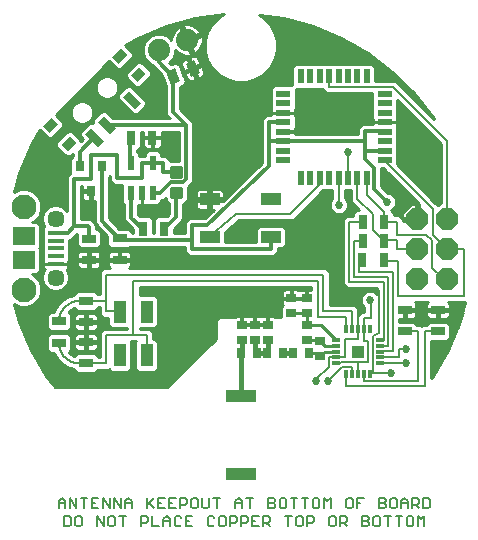
<source format=gtl>
G75*
%MOIN*%
%OFA0B0*%
%FSLAX25Y25*%
%IPPOS*%
%LPD*%
%AMOC8*
5,1,8,0,0,1.08239X$1,22.5*
%
%ADD10C,0.00600*%
%ADD11R,0.05000X0.02200*%
%ADD12R,0.02200X0.05000*%
%ADD13R,0.03150X0.03543*%
%ADD14R,0.06500X0.03937*%
%ADD15R,0.04724X0.03150*%
%ADD16C,0.07400*%
%ADD17R,0.02165X0.04724*%
%ADD18C,0.05709*%
%ADD19R,0.05315X0.01575*%
%ADD20R,0.07480X0.05906*%
%ADD21C,0.08268*%
%ADD22R,0.03150X0.04724*%
%ADD23R,0.10000X0.04000*%
%ADD24R,0.03937X0.03937*%
%ADD25R,0.01181X0.02559*%
%ADD26R,0.02559X0.01181*%
%ADD27OC8,0.07400*%
%ADD28R,0.03937X0.03150*%
%ADD29R,0.02756X0.05906*%
%ADD30R,0.04331X0.07480*%
%ADD31C,0.01181*%
%ADD32R,0.03543X0.02756*%
%ADD33R,0.02756X0.03543*%
%ADD34C,0.01000*%
%ADD35C,0.02700*%
%ADD36C,0.01200*%
%ADD37C,0.00800*%
%ADD38C,0.01600*%
D10*
X0023868Y0008633D02*
X0023868Y0010902D01*
X0025002Y0012036D01*
X0026137Y0010902D01*
X0026137Y0008633D01*
X0027551Y0008633D02*
X0027551Y0012036D01*
X0029820Y0008633D01*
X0029820Y0012036D01*
X0031234Y0012036D02*
X0033503Y0012036D01*
X0032369Y0012036D02*
X0032369Y0008633D01*
X0034918Y0008633D02*
X0037186Y0008633D01*
X0038601Y0008633D02*
X0038601Y0012036D01*
X0040869Y0008633D01*
X0040869Y0012036D01*
X0042284Y0012036D02*
X0044552Y0008633D01*
X0044552Y0012036D01*
X0045967Y0010902D02*
X0047101Y0012036D01*
X0048236Y0010902D01*
X0048236Y0008633D01*
X0048236Y0010335D02*
X0045967Y0010335D01*
X0045967Y0010902D02*
X0045967Y0008633D01*
X0046394Y0006036D02*
X0044125Y0006036D01*
X0045260Y0006036D02*
X0045260Y0002633D01*
X0042711Y0003200D02*
X0042711Y0005469D01*
X0042144Y0006036D01*
X0041009Y0006036D01*
X0040442Y0005469D01*
X0040442Y0003200D01*
X0041009Y0002633D01*
X0042144Y0002633D01*
X0042711Y0003200D01*
X0039028Y0002633D02*
X0039028Y0006036D01*
X0036759Y0006036D02*
X0036759Y0002633D01*
X0039028Y0002633D02*
X0036759Y0006036D01*
X0034918Y0008633D02*
X0034918Y0012036D01*
X0037186Y0012036D01*
X0036052Y0010335D02*
X0034918Y0010335D01*
X0031094Y0006036D02*
X0031661Y0005469D01*
X0031661Y0003200D01*
X0031094Y0002633D01*
X0029960Y0002633D01*
X0029393Y0003200D01*
X0029393Y0005469D01*
X0029960Y0006036D01*
X0031094Y0006036D01*
X0027978Y0005469D02*
X0027978Y0003200D01*
X0027411Y0002633D01*
X0025710Y0002633D01*
X0025710Y0006036D01*
X0027411Y0006036D01*
X0027978Y0005469D01*
X0026137Y0010335D02*
X0023868Y0010335D01*
X0042284Y0008633D02*
X0042284Y0012036D01*
X0051492Y0006036D02*
X0051492Y0002633D01*
X0051492Y0003768D02*
X0053193Y0003768D01*
X0053760Y0004335D01*
X0053760Y0005469D01*
X0053193Y0006036D01*
X0051492Y0006036D01*
X0053333Y0008633D02*
X0053333Y0012036D01*
X0053900Y0010335D02*
X0055602Y0008633D01*
X0057016Y0008633D02*
X0059285Y0008633D01*
X0060700Y0008633D02*
X0062968Y0008633D01*
X0064383Y0008633D02*
X0064383Y0012036D01*
X0066084Y0012036D01*
X0066651Y0011469D01*
X0066651Y0010335D01*
X0066084Y0009768D01*
X0064383Y0009768D01*
X0062968Y0012036D02*
X0060700Y0012036D01*
X0060700Y0008633D01*
X0060700Y0010335D02*
X0061834Y0010335D01*
X0059285Y0012036D02*
X0057016Y0012036D01*
X0057016Y0008633D01*
X0057016Y0010335D02*
X0058151Y0010335D01*
X0055602Y0012036D02*
X0053333Y0009768D01*
X0055175Y0006036D02*
X0055175Y0002633D01*
X0057443Y0002633D01*
X0058858Y0002633D02*
X0058858Y0004902D01*
X0059992Y0006036D01*
X0061127Y0004902D01*
X0061127Y0002633D01*
X0062541Y0003200D02*
X0063108Y0002633D01*
X0064243Y0002633D01*
X0064810Y0003200D01*
X0066224Y0002633D02*
X0068493Y0002633D01*
X0067359Y0004335D02*
X0066224Y0004335D01*
X0066224Y0006036D02*
X0066224Y0002633D01*
X0064810Y0005469D02*
X0064243Y0006036D01*
X0063108Y0006036D01*
X0062541Y0005469D01*
X0062541Y0003200D01*
X0061127Y0004335D02*
X0058858Y0004335D01*
X0066224Y0006036D02*
X0068493Y0006036D01*
X0068633Y0008633D02*
X0069767Y0008633D01*
X0070334Y0009200D01*
X0070334Y0011469D01*
X0069767Y0012036D01*
X0068633Y0012036D01*
X0068066Y0011469D01*
X0068066Y0009200D01*
X0068633Y0008633D01*
X0071749Y0009200D02*
X0071749Y0012036D01*
X0074018Y0012036D02*
X0074018Y0009200D01*
X0073450Y0008633D01*
X0072316Y0008633D01*
X0071749Y0009200D01*
X0074158Y0006036D02*
X0073591Y0005469D01*
X0073591Y0003200D01*
X0074158Y0002633D01*
X0075292Y0002633D01*
X0075859Y0003200D01*
X0077274Y0003200D02*
X0077841Y0002633D01*
X0078975Y0002633D01*
X0079542Y0003200D01*
X0079542Y0005469D01*
X0078975Y0006036D01*
X0077841Y0006036D01*
X0077274Y0005469D01*
X0077274Y0003200D01*
X0075859Y0005469D02*
X0075292Y0006036D01*
X0074158Y0006036D01*
X0076566Y0008633D02*
X0076566Y0012036D01*
X0075432Y0012036D02*
X0077701Y0012036D01*
X0082798Y0010902D02*
X0082798Y0008633D01*
X0082798Y0010335D02*
X0085067Y0010335D01*
X0085067Y0010902D02*
X0083933Y0012036D01*
X0082798Y0010902D01*
X0085067Y0010902D02*
X0085067Y0008633D01*
X0087616Y0008633D02*
X0087616Y0012036D01*
X0086482Y0012036D02*
X0088750Y0012036D01*
X0093848Y0012036D02*
X0093848Y0008633D01*
X0095549Y0008633D01*
X0096116Y0009200D01*
X0096116Y0009768D01*
X0095549Y0010335D01*
X0093848Y0010335D01*
X0093848Y0012036D02*
X0095549Y0012036D01*
X0096116Y0011469D01*
X0096116Y0010902D01*
X0095549Y0010335D01*
X0097531Y0011469D02*
X0097531Y0009200D01*
X0098098Y0008633D01*
X0099232Y0008633D01*
X0099800Y0009200D01*
X0099800Y0011469D01*
X0099232Y0012036D01*
X0098098Y0012036D01*
X0097531Y0011469D01*
X0101214Y0012036D02*
X0103483Y0012036D01*
X0102348Y0012036D02*
X0102348Y0008633D01*
X0101641Y0006036D02*
X0099373Y0006036D01*
X0100507Y0006036D02*
X0100507Y0002633D01*
X0103056Y0003200D02*
X0103056Y0005469D01*
X0103623Y0006036D01*
X0104757Y0006036D01*
X0105324Y0005469D01*
X0105324Y0003200D01*
X0104757Y0002633D01*
X0103623Y0002633D01*
X0103056Y0003200D01*
X0106739Y0002633D02*
X0106739Y0006036D01*
X0108440Y0006036D01*
X0109007Y0005469D01*
X0109007Y0004335D01*
X0108440Y0003768D01*
X0106739Y0003768D01*
X0106032Y0008633D02*
X0106032Y0012036D01*
X0107166Y0012036D02*
X0104897Y0012036D01*
X0108580Y0011469D02*
X0108580Y0009200D01*
X0109148Y0008633D01*
X0110282Y0008633D01*
X0110849Y0009200D01*
X0110849Y0011469D01*
X0110282Y0012036D01*
X0109148Y0012036D01*
X0108580Y0011469D01*
X0112264Y0012036D02*
X0112264Y0008633D01*
X0114532Y0008633D02*
X0114532Y0012036D01*
X0113398Y0010902D01*
X0112264Y0012036D01*
X0114672Y0006036D02*
X0114105Y0005469D01*
X0114105Y0003200D01*
X0114672Y0002633D01*
X0115807Y0002633D01*
X0116374Y0003200D01*
X0116374Y0005469D01*
X0115807Y0006036D01*
X0114672Y0006036D01*
X0117788Y0006036D02*
X0117788Y0002633D01*
X0117788Y0003768D02*
X0119490Y0003768D01*
X0120057Y0004335D01*
X0120057Y0005469D01*
X0119490Y0006036D01*
X0117788Y0006036D01*
X0118923Y0003768D02*
X0120057Y0002633D01*
X0125155Y0002633D02*
X0126856Y0002633D01*
X0127423Y0003200D01*
X0127423Y0003768D01*
X0126856Y0004335D01*
X0125155Y0004335D01*
X0126856Y0004335D02*
X0127423Y0004902D01*
X0127423Y0005469D01*
X0126856Y0006036D01*
X0125155Y0006036D01*
X0125155Y0002633D01*
X0128838Y0003200D02*
X0128838Y0005469D01*
X0129405Y0006036D01*
X0130539Y0006036D01*
X0131106Y0005469D01*
X0131106Y0003200D01*
X0130539Y0002633D01*
X0129405Y0002633D01*
X0128838Y0003200D01*
X0132521Y0006036D02*
X0134789Y0006036D01*
X0133655Y0006036D02*
X0133655Y0002633D01*
X0137338Y0002633D02*
X0137338Y0006036D01*
X0136204Y0006036D02*
X0138473Y0006036D01*
X0139887Y0005469D02*
X0139887Y0003200D01*
X0140454Y0002633D01*
X0141589Y0002633D01*
X0142156Y0003200D01*
X0142156Y0005469D01*
X0141589Y0006036D01*
X0140454Y0006036D01*
X0139887Y0005469D01*
X0140314Y0008633D02*
X0140314Y0010902D01*
X0139180Y0012036D01*
X0138046Y0010902D01*
X0138046Y0008633D01*
X0136631Y0009200D02*
X0136631Y0011469D01*
X0136064Y0012036D01*
X0134930Y0012036D01*
X0134362Y0011469D01*
X0134362Y0009200D01*
X0134930Y0008633D01*
X0136064Y0008633D01*
X0136631Y0009200D01*
X0138046Y0010335D02*
X0140314Y0010335D01*
X0141729Y0009768D02*
X0143430Y0009768D01*
X0143997Y0010335D01*
X0143997Y0011469D01*
X0143430Y0012036D01*
X0141729Y0012036D01*
X0141729Y0008633D01*
X0142863Y0009768D02*
X0143997Y0008633D01*
X0145412Y0008633D02*
X0147113Y0008633D01*
X0147680Y0009200D01*
X0147680Y0011469D01*
X0147113Y0012036D01*
X0145412Y0012036D01*
X0145412Y0008633D01*
X0145839Y0006036D02*
X0145839Y0002633D01*
X0143570Y0002633D02*
X0143570Y0006036D01*
X0144705Y0004902D01*
X0145839Y0006036D01*
X0132948Y0009200D02*
X0132381Y0008633D01*
X0130679Y0008633D01*
X0130679Y0012036D01*
X0132381Y0012036D01*
X0132948Y0011469D01*
X0132948Y0010902D01*
X0132381Y0010335D01*
X0130679Y0010335D01*
X0132381Y0010335D02*
X0132948Y0009768D01*
X0132948Y0009200D01*
X0125582Y0012036D02*
X0123313Y0012036D01*
X0123313Y0008633D01*
X0121898Y0009200D02*
X0121898Y0011469D01*
X0121331Y0012036D01*
X0120197Y0012036D01*
X0119630Y0011469D01*
X0119630Y0009200D01*
X0120197Y0008633D01*
X0121331Y0008633D01*
X0121898Y0009200D01*
X0123313Y0010335D02*
X0124447Y0010335D01*
X0094275Y0005469D02*
X0094275Y0004335D01*
X0093708Y0003768D01*
X0092006Y0003768D01*
X0093141Y0003768D02*
X0094275Y0002633D01*
X0092006Y0002633D02*
X0092006Y0006036D01*
X0093708Y0006036D01*
X0094275Y0005469D01*
X0090592Y0006036D02*
X0088323Y0006036D01*
X0088323Y0002633D01*
X0090592Y0002633D01*
X0089457Y0004335D02*
X0088323Y0004335D01*
X0086909Y0004335D02*
X0086909Y0005469D01*
X0086341Y0006036D01*
X0084640Y0006036D01*
X0084640Y0002633D01*
X0084640Y0003768D02*
X0086341Y0003768D01*
X0086909Y0004335D01*
X0083225Y0004335D02*
X0082658Y0003768D01*
X0080957Y0003768D01*
X0080957Y0002633D02*
X0080957Y0006036D01*
X0082658Y0006036D01*
X0083225Y0005469D01*
X0083225Y0004335D01*
X0121733Y0053392D02*
X0121754Y0053392D01*
X0123583Y0068352D02*
X0123702Y0068352D01*
D11*
X0132541Y0124713D03*
X0132541Y0127862D03*
X0132541Y0131012D03*
X0132541Y0134161D03*
X0132541Y0137311D03*
X0132541Y0140461D03*
X0132541Y0143610D03*
X0132541Y0146760D03*
X0098741Y0146760D03*
X0098741Y0143610D03*
X0098741Y0140461D03*
X0098741Y0137311D03*
X0098741Y0134161D03*
X0098741Y0131012D03*
X0098741Y0127862D03*
X0098741Y0124713D03*
D12*
X0104617Y0118836D03*
X0107767Y0118836D03*
X0110916Y0118836D03*
X0114066Y0118836D03*
X0117215Y0118836D03*
X0120365Y0118836D03*
X0123515Y0118836D03*
X0126664Y0118836D03*
X0126664Y0152636D03*
X0123515Y0152636D03*
X0120365Y0152636D03*
X0117215Y0152636D03*
X0114066Y0152636D03*
X0110916Y0152636D03*
X0107767Y0152636D03*
X0104617Y0152636D03*
D13*
X0038388Y0122585D03*
X0030907Y0122585D03*
X0034647Y0114317D03*
D14*
X0074314Y0111633D03*
X0074314Y0099035D03*
X0094606Y0099035D03*
X0094606Y0111633D03*
D15*
X0139331Y0074656D03*
X0139331Y0067570D03*
X0150355Y0067570D03*
X0150355Y0074656D03*
X0044205Y0091465D03*
X0044205Y0098552D03*
X0033950Y0098542D03*
X0033950Y0091456D03*
X0033032Y0077806D03*
X0033032Y0070719D03*
X0033032Y0064026D03*
X0033032Y0056940D03*
X0024011Y0063801D03*
X0024011Y0070888D03*
D16*
X0057295Y0161306D03*
X0066686Y0164742D03*
D17*
X0055352Y0123867D03*
X0047872Y0123867D03*
X0047872Y0113630D03*
X0051612Y0113630D03*
X0055352Y0113630D03*
D18*
X0022930Y0105144D03*
X0022930Y0085459D03*
D19*
X0022930Y0090183D03*
X0022930Y0092742D03*
X0022930Y0095301D03*
X0022930Y0097860D03*
X0022930Y0100419D03*
D20*
X0012300Y0099238D03*
X0012300Y0091364D03*
D21*
X0012341Y0081524D03*
X0012295Y0109096D03*
D22*
X0048065Y0132188D03*
X0055152Y0132188D03*
G36*
X0059683Y0154088D02*
X0062593Y0155293D01*
X0064401Y0150930D01*
X0061491Y0149725D01*
X0059683Y0154088D01*
G37*
G36*
X0066230Y0156800D02*
X0069140Y0158005D01*
X0070948Y0153642D01*
X0068038Y0152437D01*
X0066230Y0156800D01*
G37*
X0059017Y0101853D03*
X0051930Y0101853D03*
X0125230Y0104079D03*
X0125261Y0097867D03*
X0125146Y0091268D03*
X0132232Y0091268D03*
X0132348Y0097867D03*
X0132316Y0104079D03*
D23*
X0084611Y0046193D03*
X0084611Y0020193D03*
D24*
X0123702Y0060872D03*
D25*
X0123702Y0068352D03*
X0125670Y0068352D03*
X0127639Y0068352D03*
X0121733Y0068352D03*
X0119765Y0068352D03*
X0119765Y0053392D03*
X0121733Y0053392D03*
X0123702Y0053392D03*
X0125670Y0053392D03*
X0127639Y0053392D03*
D26*
X0131182Y0056935D03*
X0131182Y0058903D03*
X0131182Y0060872D03*
X0131182Y0062840D03*
X0131182Y0064809D03*
X0116222Y0064809D03*
X0116222Y0062840D03*
X0116222Y0060872D03*
X0116222Y0058903D03*
X0116222Y0056935D03*
D27*
X0143461Y0084976D03*
X0143461Y0094976D03*
X0143461Y0104976D03*
X0153461Y0104976D03*
X0153461Y0094976D03*
X0153461Y0084976D03*
D28*
G36*
X0047962Y0152976D02*
X0050744Y0155758D01*
X0052972Y0153530D01*
X0050190Y0150748D01*
X0047962Y0152976D01*
G37*
G36*
X0041838Y0159100D02*
X0044620Y0161882D01*
X0046848Y0159654D01*
X0044066Y0156872D01*
X0041838Y0159100D01*
G37*
G36*
X0018732Y0135994D02*
X0021514Y0138776D01*
X0023742Y0136548D01*
X0020960Y0133766D01*
X0018732Y0135994D01*
G37*
G36*
X0024856Y0129869D02*
X0027638Y0132651D01*
X0029866Y0130423D01*
X0027084Y0127641D01*
X0024856Y0129869D01*
G37*
D29*
G36*
X0032790Y0133347D02*
X0034739Y0135296D01*
X0038914Y0131121D01*
X0036965Y0129172D01*
X0032790Y0133347D01*
G37*
G36*
X0036966Y0137523D02*
X0038915Y0139472D01*
X0043090Y0135297D01*
X0041141Y0133348D01*
X0036966Y0137523D01*
G37*
G36*
X0045317Y0145875D02*
X0047266Y0147824D01*
X0051441Y0143649D01*
X0049492Y0141700D01*
X0045317Y0145875D01*
G37*
D30*
X0044267Y0074144D03*
X0053322Y0074144D03*
X0053322Y0059577D03*
X0044267Y0059577D03*
D31*
X0061835Y0115023D02*
X0064591Y0115023D01*
X0064591Y0112267D01*
X0061835Y0112267D01*
X0061835Y0115023D01*
X0061835Y0113447D02*
X0064591Y0113447D01*
X0064591Y0114627D02*
X0061835Y0114627D01*
X0061835Y0121928D02*
X0064591Y0121928D01*
X0064591Y0119172D01*
X0061835Y0119172D01*
X0061835Y0121928D01*
X0061835Y0120352D02*
X0064591Y0120352D01*
X0064591Y0121532D02*
X0061835Y0121532D01*
D32*
X0101493Y0078668D03*
X0101493Y0073550D03*
X0106615Y0073546D03*
X0106654Y0069735D03*
X0106654Y0064617D03*
X0111086Y0064424D03*
X0111086Y0059306D03*
X0093662Y0064617D03*
X0089331Y0064617D03*
X0085000Y0064617D03*
X0085000Y0069735D03*
X0089331Y0069735D03*
X0093662Y0069735D03*
X0106615Y0078664D03*
D33*
X0107245Y0060483D03*
X0102126Y0060483D03*
X0098583Y0060483D03*
X0093465Y0060483D03*
X0089922Y0060483D03*
X0084804Y0060483D03*
D34*
X0085190Y0069546D02*
X0085190Y0069924D01*
X0088272Y0069924D01*
X0089142Y0069924D01*
X0089142Y0069546D01*
X0085190Y0069546D01*
X0085190Y0069783D02*
X0089142Y0069783D01*
X0089142Y0069924D02*
X0089142Y0072613D01*
X0087362Y0072613D01*
X0087166Y0072560D01*
X0086970Y0072613D01*
X0085189Y0072613D01*
X0085189Y0069924D01*
X0084811Y0069924D01*
X0084811Y0072613D01*
X0083031Y0072613D01*
X0082650Y0072511D01*
X0082491Y0072419D01*
X0077210Y0072419D01*
X0076214Y0071423D01*
X0076214Y0065124D01*
X0061462Y0050372D01*
X0060466Y0049376D01*
X0060466Y0048949D01*
X0022681Y0048933D01*
X0019823Y0052557D01*
X0014665Y0061283D01*
X0010717Y0070619D01*
X0009099Y0076553D01*
X0011181Y0075690D01*
X0013502Y0075690D01*
X0015646Y0076579D01*
X0017287Y0078220D01*
X0018175Y0080364D01*
X0018175Y0082685D01*
X0017287Y0084829D01*
X0015646Y0086470D01*
X0015063Y0086711D01*
X0016744Y0086711D01*
X0017740Y0087707D01*
X0017740Y0095021D01*
X0017460Y0095301D01*
X0017740Y0095581D01*
X0017740Y0102895D01*
X0016744Y0103891D01*
X0014974Y0103891D01*
X0015600Y0104150D01*
X0017241Y0105791D01*
X0018129Y0107935D01*
X0018129Y0110256D01*
X0017241Y0112400D01*
X0015600Y0114041D01*
X0013455Y0114929D01*
X0011135Y0114929D01*
X0009039Y0114061D01*
X0010785Y0120396D01*
X0014758Y0129721D01*
X0017086Y0133950D01*
X0017728Y0134592D01*
X0020254Y0132065D01*
X0021662Y0132065D01*
X0025442Y0135845D01*
X0025442Y0137254D01*
X0022916Y0139780D01*
X0040834Y0157698D01*
X0043360Y0155172D01*
X0044769Y0155172D01*
X0048548Y0158951D01*
X0048548Y0160360D01*
X0046022Y0162886D01*
X0046182Y0163046D01*
X0050363Y0165369D01*
X0059583Y0169330D01*
X0069252Y0172012D01*
X0078879Y0173322D01*
X0077251Y0172383D01*
X0075017Y0170148D01*
X0073437Y0167412D01*
X0072620Y0164360D01*
X0072620Y0161200D01*
X0073437Y0158148D01*
X0075017Y0155412D01*
X0077251Y0153178D01*
X0079988Y0151598D01*
X0083040Y0150780D01*
X0086199Y0150780D01*
X0089251Y0151598D01*
X0091988Y0153178D01*
X0094222Y0155412D01*
X0095802Y0158148D01*
X0096620Y0161200D01*
X0096620Y0164360D01*
X0095802Y0167412D01*
X0094222Y0170148D01*
X0091988Y0172383D01*
X0090611Y0173177D01*
X0099174Y0172012D01*
X0108844Y0169330D01*
X0118064Y0165369D01*
X0121721Y0163336D01*
X0121722Y0163333D01*
X0122484Y0162911D01*
X0123232Y0162462D01*
X0123235Y0162463D01*
X0126889Y0160275D01*
X0135062Y0154200D01*
X0142357Y0147094D01*
X0148644Y0139083D01*
X0149085Y0138335D01*
X0136288Y0151132D01*
X0129464Y0151132D01*
X0129464Y0155840D01*
X0128468Y0156836D01*
X0102813Y0156836D01*
X0101817Y0155840D01*
X0101817Y0149560D01*
X0095536Y0149560D01*
X0094541Y0148564D01*
X0094541Y0141806D01*
X0094741Y0141606D01*
X0094741Y0140511D01*
X0098691Y0140511D01*
X0098691Y0140411D01*
X0094741Y0140411D01*
X0094741Y0139555D01*
X0093021Y0139555D01*
X0091674Y0138207D01*
X0091674Y0131118D01*
X0091673Y0131118D01*
X0091674Y0130166D01*
X0091674Y0129214D01*
X0091674Y0129213D01*
X0091678Y0123665D01*
X0078660Y0111149D01*
X0074799Y0111149D01*
X0074799Y0112118D01*
X0073830Y0112118D01*
X0073830Y0115102D01*
X0070867Y0115102D01*
X0070485Y0115000D01*
X0070143Y0114802D01*
X0069864Y0114523D01*
X0069667Y0114181D01*
X0069564Y0113799D01*
X0069564Y0112118D01*
X0073830Y0112118D01*
X0073830Y0111149D01*
X0069564Y0111149D01*
X0069564Y0109467D01*
X0069667Y0109086D01*
X0069864Y0108744D01*
X0070143Y0108465D01*
X0070485Y0108267D01*
X0070867Y0108165D01*
X0073830Y0108165D01*
X0073830Y0111149D01*
X0074799Y0111149D01*
X0074799Y0108165D01*
X0075557Y0108165D01*
X0072597Y0105319D01*
X0067512Y0105319D01*
X0066165Y0103972D01*
X0066165Y0100332D01*
X0062291Y0100332D01*
X0062291Y0101753D01*
X0065418Y0104879D01*
X0065418Y0109976D01*
X0065540Y0109976D01*
X0066882Y0111318D01*
X0066882Y0115643D01*
X0067370Y0116132D01*
X0068718Y0117479D01*
X0068718Y0137384D01*
X0064342Y0141760D01*
X0064342Y0149065D01*
X0065702Y0149629D01*
X0066241Y0150930D01*
X0063894Y0156596D01*
X0062593Y0157135D01*
X0061233Y0156571D01*
X0060715Y0157089D01*
X0061872Y0158247D01*
X0062695Y0160232D01*
X0062695Y0161389D01*
X0062719Y0161355D01*
X0063298Y0160776D01*
X0063960Y0160295D01*
X0064689Y0159923D01*
X0065468Y0159670D01*
X0066276Y0159542D01*
X0067095Y0159542D01*
X0067903Y0159670D01*
X0067998Y0159701D01*
X0066388Y0164101D01*
X0067327Y0164445D01*
X0066983Y0165384D01*
X0066044Y0165040D01*
X0064437Y0169433D01*
X0063960Y0169190D01*
X0063298Y0168709D01*
X0062719Y0168130D01*
X0062238Y0167468D01*
X0061867Y0166738D01*
X0061614Y0165960D01*
X0061486Y0165152D01*
X0061486Y0164751D01*
X0060353Y0165884D01*
X0058369Y0166706D01*
X0056220Y0166706D01*
X0054236Y0165884D01*
X0052717Y0164365D01*
X0051895Y0162380D01*
X0051895Y0160232D01*
X0052717Y0158247D01*
X0054236Y0156728D01*
X0054995Y0156413D01*
X0054995Y0156304D01*
X0056342Y0154957D01*
X0058291Y0153008D01*
X0059742Y0149505D01*
X0059742Y0139855D01*
X0060865Y0138732D01*
X0042059Y0138732D01*
X0039618Y0141172D01*
X0038210Y0141172D01*
X0035265Y0138228D01*
X0035265Y0136997D01*
X0034034Y0136997D01*
X0031090Y0134052D01*
X0031090Y0132644D01*
X0032033Y0131700D01*
X0031514Y0131181D01*
X0028344Y0134352D01*
X0026935Y0134352D01*
X0023156Y0130572D01*
X0023156Y0129164D01*
X0026379Y0125941D01*
X0027787Y0125941D01*
X0028718Y0126872D01*
X0028718Y0126057D01*
X0028628Y0126057D01*
X0027633Y0125061D01*
X0027633Y0120147D01*
X0026795Y0119310D01*
X0026795Y0107714D01*
X0026791Y0107723D01*
X0025510Y0109005D01*
X0023836Y0109698D01*
X0022024Y0109698D01*
X0020350Y0109005D01*
X0019069Y0107723D01*
X0018376Y0106050D01*
X0018376Y0104238D01*
X0019069Y0102564D01*
X0019147Y0102486D01*
X0018573Y0101911D01*
X0018573Y0091250D01*
X0018773Y0091050D01*
X0018773Y0090183D01*
X0018773Y0089198D01*
X0018875Y0088817D01*
X0019072Y0088475D01*
X0019289Y0088258D01*
X0019069Y0088038D01*
X0018376Y0086364D01*
X0018376Y0084553D01*
X0019069Y0082879D01*
X0020350Y0081598D01*
X0022024Y0080904D01*
X0023836Y0080904D01*
X0025510Y0081598D01*
X0026791Y0082879D01*
X0027484Y0084553D01*
X0027484Y0086364D01*
X0026791Y0088038D01*
X0026571Y0088258D01*
X0026788Y0088475D01*
X0026985Y0088817D01*
X0027088Y0089198D01*
X0027088Y0090183D01*
X0022930Y0090183D01*
X0022930Y0090183D01*
X0018773Y0090183D01*
X0022930Y0090183D01*
X0027088Y0090183D01*
X0027088Y0091050D01*
X0027288Y0091250D01*
X0027288Y0098119D01*
X0027858Y0098119D01*
X0029205Y0099467D01*
X0029888Y0100149D01*
X0029888Y0096263D01*
X0030884Y0095267D01*
X0037017Y0095267D01*
X0038013Y0096263D01*
X0038013Y0100821D01*
X0037017Y0101817D01*
X0036250Y0101817D01*
X0036250Y0103224D01*
X0040143Y0099332D01*
X0040143Y0096273D01*
X0041139Y0095277D01*
X0047271Y0095277D01*
X0047726Y0095732D01*
X0066165Y0095732D01*
X0066165Y0094098D01*
X0067512Y0092751D01*
X0095559Y0092751D01*
X0096906Y0094098D01*
X0096906Y0095366D01*
X0098560Y0095366D01*
X0099556Y0096362D01*
X0099556Y0101708D01*
X0098560Y0102703D01*
X0090652Y0102703D01*
X0089656Y0101708D01*
X0089656Y0097351D01*
X0079264Y0097351D01*
X0079264Y0100553D01*
X0083904Y0104556D01*
X0102012Y0104556D01*
X0103242Y0105786D01*
X0112092Y0114636D01*
X0115115Y0114636D01*
X0115115Y0111840D01*
X0114698Y0111423D01*
X0114234Y0110302D01*
X0114234Y0109089D01*
X0114698Y0107968D01*
X0115556Y0107110D01*
X0116677Y0106646D01*
X0117891Y0106646D01*
X0119012Y0107110D01*
X0119870Y0107968D01*
X0120334Y0109089D01*
X0120334Y0110302D01*
X0119870Y0111423D01*
X0119315Y0111977D01*
X0119315Y0114636D01*
X0121415Y0114636D01*
X0121415Y0110863D01*
X0124137Y0108141D01*
X0122951Y0108141D01*
X0121955Y0107145D01*
X0121955Y0106179D01*
X0119957Y0106179D01*
X0118727Y0104948D01*
X0118727Y0083235D01*
X0119957Y0082005D01*
X0130145Y0082005D01*
X0130145Y0080011D01*
X0129443Y0080713D01*
X0128322Y0081178D01*
X0127109Y0081178D01*
X0125987Y0080713D01*
X0125130Y0079855D01*
X0124665Y0078734D01*
X0124665Y0077521D01*
X0125130Y0076400D01*
X0125814Y0075715D01*
X0125814Y0074000D01*
X0124801Y0074000D01*
X0123833Y0073033D01*
X0123833Y0075132D01*
X0122603Y0076362D01*
X0114266Y0076362D01*
X0114266Y0087337D01*
X0113036Y0088567D01*
X0047275Y0088567D01*
X0047488Y0088690D01*
X0047767Y0088969D01*
X0047965Y0089311D01*
X0048067Y0089693D01*
X0048067Y0091178D01*
X0044492Y0091178D01*
X0044492Y0091753D01*
X0043918Y0091753D01*
X0043918Y0094540D01*
X0041645Y0094540D01*
X0041264Y0094438D01*
X0040922Y0094240D01*
X0040642Y0093961D01*
X0040445Y0093619D01*
X0040343Y0093237D01*
X0040343Y0091753D01*
X0043917Y0091753D01*
X0043917Y0091178D01*
X0040343Y0091178D01*
X0040343Y0089693D01*
X0040445Y0089311D01*
X0040642Y0088969D01*
X0040922Y0088690D01*
X0041135Y0088567D01*
X0038855Y0088567D01*
X0037625Y0087337D01*
X0037625Y0079906D01*
X0037094Y0079906D01*
X0037094Y0080085D01*
X0036098Y0081081D01*
X0029966Y0081081D01*
X0028970Y0080085D01*
X0028970Y0079733D01*
X0026784Y0079023D01*
X0024473Y0077344D01*
X0024473Y0077344D01*
X0024473Y0077344D01*
X0022794Y0075033D01*
X0022794Y0075033D01*
X0022511Y0074163D01*
X0020945Y0074163D01*
X0019949Y0073167D01*
X0019949Y0068609D01*
X0020945Y0067613D01*
X0027078Y0067613D01*
X0028073Y0068609D01*
X0028073Y0073167D01*
X0027280Y0073961D01*
X0027522Y0074295D01*
X0028742Y0075181D01*
X0029175Y0075321D01*
X0029966Y0074531D01*
X0036098Y0074531D01*
X0037094Y0075527D01*
X0037094Y0075706D01*
X0037625Y0075706D01*
X0037625Y0073393D01*
X0038855Y0072162D01*
X0040402Y0072162D01*
X0040402Y0069700D01*
X0041398Y0068704D01*
X0046680Y0068704D01*
X0046680Y0068488D01*
X0038855Y0068488D01*
X0037625Y0067258D01*
X0037625Y0059040D01*
X0037094Y0059040D01*
X0037094Y0059219D01*
X0036098Y0060214D01*
X0029966Y0060214D01*
X0029163Y0059412D01*
X0028711Y0059559D01*
X0027506Y0060434D01*
X0027287Y0060736D01*
X0028073Y0061522D01*
X0028073Y0066080D01*
X0027078Y0067076D01*
X0020945Y0067076D01*
X0019949Y0066080D01*
X0019949Y0061522D01*
X0020945Y0060526D01*
X0022514Y0060526D01*
X0022788Y0059682D01*
X0024457Y0057385D01*
X0026754Y0055717D01*
X0028970Y0054997D01*
X0028970Y0054661D01*
X0029966Y0053665D01*
X0036098Y0053665D01*
X0037094Y0054661D01*
X0037094Y0054840D01*
X0040595Y0054840D01*
X0040645Y0054890D01*
X0041398Y0054137D01*
X0047137Y0054137D01*
X0048133Y0055133D01*
X0048133Y0064022D01*
X0047866Y0064288D01*
X0049724Y0064288D01*
X0049457Y0064022D01*
X0049457Y0055133D01*
X0050453Y0054137D01*
X0056192Y0054137D01*
X0057188Y0055133D01*
X0057188Y0064022D01*
X0056192Y0065017D01*
X0055422Y0065017D01*
X0055422Y0067258D01*
X0054192Y0068488D01*
X0050880Y0068488D01*
X0050880Y0068704D01*
X0056192Y0068704D01*
X0057188Y0069700D01*
X0057188Y0078588D01*
X0056192Y0079584D01*
X0050880Y0079584D01*
X0050880Y0082399D01*
X0108097Y0082399D01*
X0108097Y0081542D01*
X0106804Y0081542D01*
X0106804Y0078853D01*
X0106426Y0078853D01*
X0106426Y0081542D01*
X0104646Y0081542D01*
X0104264Y0081439D01*
X0104057Y0081320D01*
X0103843Y0081444D01*
X0103462Y0081546D01*
X0101682Y0081546D01*
X0101682Y0078857D01*
X0103343Y0078857D01*
X0103343Y0078853D01*
X0106426Y0078853D01*
X0106426Y0078475D01*
X0104764Y0078475D01*
X0104764Y0078479D01*
X0101682Y0078479D01*
X0101682Y0078857D01*
X0101304Y0078857D01*
X0101304Y0081546D01*
X0099524Y0081546D01*
X0099142Y0081444D01*
X0098800Y0081246D01*
X0098521Y0080967D01*
X0098323Y0080625D01*
X0098221Y0080243D01*
X0098221Y0078857D01*
X0101304Y0078857D01*
X0101304Y0078479D01*
X0098221Y0078479D01*
X0098221Y0077093D01*
X0098323Y0076711D01*
X0098521Y0076369D01*
X0098639Y0076250D01*
X0098021Y0075632D01*
X0098021Y0072419D01*
X0096171Y0072419D01*
X0096013Y0072511D01*
X0095631Y0072613D01*
X0093851Y0072613D01*
X0093851Y0069924D01*
X0093473Y0069924D01*
X0093473Y0072613D01*
X0091693Y0072613D01*
X0091497Y0072560D01*
X0091300Y0072613D01*
X0089520Y0072613D01*
X0089520Y0069924D01*
X0089142Y0069924D01*
X0089520Y0069924D02*
X0090390Y0069924D01*
X0093473Y0069924D01*
X0093473Y0069546D01*
X0089520Y0069546D01*
X0089520Y0069924D01*
X0089520Y0069783D02*
X0093473Y0069783D01*
X0093473Y0070781D02*
X0093851Y0070781D01*
X0093851Y0071780D02*
X0093473Y0071780D01*
X0089520Y0071780D02*
X0089142Y0071780D01*
X0089142Y0070781D02*
X0089520Y0070781D01*
X0085189Y0070781D02*
X0084811Y0070781D01*
X0084811Y0071780D02*
X0085189Y0071780D01*
X0076570Y0071780D02*
X0057188Y0071780D01*
X0057188Y0072778D02*
X0098021Y0072778D01*
X0098021Y0073777D02*
X0057188Y0073777D01*
X0057188Y0074775D02*
X0098021Y0074775D01*
X0098163Y0075774D02*
X0057188Y0075774D01*
X0057188Y0076772D02*
X0098307Y0076772D01*
X0098221Y0077771D02*
X0057188Y0077771D01*
X0057007Y0078769D02*
X0101304Y0078769D01*
X0101682Y0078769D02*
X0106426Y0078769D01*
X0106426Y0079768D02*
X0106804Y0079768D01*
X0106804Y0080767D02*
X0106426Y0080767D01*
X0108097Y0081765D02*
X0050880Y0081765D01*
X0050880Y0080767D02*
X0098405Y0080767D01*
X0098221Y0079768D02*
X0050880Y0079768D01*
X0044267Y0074262D02*
X0044267Y0074144D01*
X0040402Y0071780D02*
X0036894Y0071780D01*
X0036894Y0072491D02*
X0036894Y0071007D01*
X0033319Y0071007D01*
X0032745Y0071007D01*
X0032745Y0073794D01*
X0030472Y0073794D01*
X0030091Y0073692D01*
X0029749Y0073494D01*
X0029469Y0073215D01*
X0029272Y0072873D01*
X0029170Y0072491D01*
X0029170Y0071007D01*
X0032744Y0071007D01*
X0032744Y0070432D01*
X0029170Y0070432D01*
X0029170Y0068947D01*
X0029272Y0068565D01*
X0029469Y0068223D01*
X0029749Y0067944D01*
X0030091Y0067747D01*
X0030472Y0067644D01*
X0032745Y0067644D01*
X0032745Y0070432D01*
X0033319Y0070432D01*
X0033319Y0067644D01*
X0035592Y0067644D01*
X0035973Y0067747D01*
X0036315Y0067944D01*
X0036594Y0068223D01*
X0036792Y0068565D01*
X0036894Y0068947D01*
X0036894Y0070432D01*
X0033319Y0070432D01*
X0033319Y0071007D01*
X0033319Y0073794D01*
X0035592Y0073794D01*
X0035973Y0073692D01*
X0036315Y0073494D01*
X0036594Y0073215D01*
X0036792Y0072873D01*
X0036894Y0072491D01*
X0036817Y0072778D02*
X0038239Y0072778D01*
X0037625Y0073777D02*
X0035655Y0073777D01*
X0036343Y0074775D02*
X0037625Y0074775D01*
X0040402Y0070781D02*
X0033319Y0070781D01*
X0032744Y0070781D02*
X0028073Y0070781D01*
X0028073Y0069783D02*
X0029170Y0069783D01*
X0029213Y0068784D02*
X0028073Y0068784D01*
X0027250Y0067786D02*
X0030023Y0067786D01*
X0030091Y0066999D02*
X0029749Y0066801D01*
X0029469Y0066522D01*
X0029272Y0066180D01*
X0029170Y0065799D01*
X0029170Y0064314D01*
X0032744Y0064314D01*
X0032744Y0063739D01*
X0029170Y0063739D01*
X0029170Y0062254D01*
X0029272Y0061872D01*
X0029469Y0061530D01*
X0029749Y0061251D01*
X0030091Y0061054D01*
X0030472Y0060951D01*
X0032745Y0060951D01*
X0032745Y0063739D01*
X0033319Y0063739D01*
X0033319Y0060951D01*
X0035592Y0060951D01*
X0035973Y0061054D01*
X0036315Y0061251D01*
X0036594Y0061530D01*
X0036792Y0061872D01*
X0036894Y0062254D01*
X0036894Y0063739D01*
X0033319Y0063739D01*
X0033319Y0064314D01*
X0032745Y0064314D01*
X0032745Y0067101D01*
X0030472Y0067101D01*
X0030091Y0066999D01*
X0029735Y0066787D02*
X0027366Y0066787D01*
X0028073Y0065789D02*
X0029170Y0065789D01*
X0029170Y0064790D02*
X0028073Y0064790D01*
X0028073Y0063792D02*
X0032744Y0063792D01*
X0033319Y0063792D02*
X0037625Y0063792D01*
X0036894Y0064314D02*
X0036894Y0065799D01*
X0036792Y0066180D01*
X0036594Y0066522D01*
X0036315Y0066801D01*
X0035973Y0066999D01*
X0035592Y0067101D01*
X0033319Y0067101D01*
X0033319Y0064314D01*
X0036894Y0064314D01*
X0036894Y0064790D02*
X0037625Y0064790D01*
X0037625Y0065789D02*
X0036894Y0065789D01*
X0036329Y0066787D02*
X0037625Y0066787D01*
X0038152Y0067786D02*
X0036041Y0067786D01*
X0036851Y0068784D02*
X0041317Y0068784D01*
X0040402Y0069783D02*
X0036894Y0069783D01*
X0033319Y0069783D02*
X0032745Y0069783D01*
X0032745Y0068784D02*
X0033319Y0068784D01*
X0033319Y0067786D02*
X0032745Y0067786D01*
X0032745Y0066787D02*
X0033319Y0066787D01*
X0033319Y0065789D02*
X0032745Y0065789D01*
X0032745Y0064790D02*
X0033319Y0064790D01*
X0033319Y0062793D02*
X0032745Y0062793D01*
X0032745Y0061795D02*
X0033319Y0061795D01*
X0036747Y0061795D02*
X0037625Y0061795D01*
X0037625Y0062793D02*
X0036894Y0062793D01*
X0037625Y0060796D02*
X0027347Y0060796D01*
X0028073Y0061795D02*
X0029317Y0061795D01*
X0029170Y0062793D02*
X0028073Y0062793D01*
X0028382Y0059798D02*
X0029549Y0059798D01*
X0030873Y0056940D02*
X0033032Y0056940D01*
X0036240Y0053807D02*
X0064896Y0053807D01*
X0063898Y0052808D02*
X0019675Y0052808D01*
X0019084Y0053807D02*
X0029824Y0053807D01*
X0028970Y0054805D02*
X0018494Y0054805D01*
X0017904Y0055804D02*
X0026634Y0055804D01*
X0026754Y0055717D02*
X0026754Y0055717D01*
X0025260Y0056802D02*
X0017314Y0056802D01*
X0016723Y0057801D02*
X0024155Y0057801D01*
X0024457Y0057385D02*
X0024457Y0057385D01*
X0024457Y0057385D01*
X0023430Y0058799D02*
X0016133Y0058799D01*
X0015543Y0059798D02*
X0022751Y0059798D01*
X0022788Y0059682D02*
X0022788Y0059682D01*
X0020675Y0060796D02*
X0014953Y0060796D01*
X0014449Y0061795D02*
X0019949Y0061795D01*
X0019949Y0062793D02*
X0014026Y0062793D01*
X0013604Y0063792D02*
X0019949Y0063792D01*
X0019949Y0064790D02*
X0013182Y0064790D01*
X0012760Y0065789D02*
X0019949Y0065789D01*
X0020656Y0066787D02*
X0012337Y0066787D01*
X0011915Y0067786D02*
X0020772Y0067786D01*
X0019949Y0068784D02*
X0011493Y0068784D01*
X0011071Y0069783D02*
X0019949Y0069783D01*
X0019949Y0070781D02*
X0010673Y0070781D01*
X0010401Y0071780D02*
X0019949Y0071780D01*
X0019949Y0072778D02*
X0010128Y0072778D01*
X0009856Y0073777D02*
X0020559Y0073777D01*
X0022710Y0074775D02*
X0009584Y0074775D01*
X0009311Y0075774D02*
X0010979Y0075774D01*
X0013703Y0075774D02*
X0023332Y0075774D01*
X0024058Y0076772D02*
X0015840Y0076772D01*
X0016838Y0077771D02*
X0025061Y0077771D01*
X0026435Y0078769D02*
X0017515Y0078769D01*
X0017928Y0079768D02*
X0028970Y0079768D01*
X0029652Y0080767D02*
X0018175Y0080767D01*
X0018175Y0081765D02*
X0020183Y0081765D01*
X0019184Y0082764D02*
X0018142Y0082764D01*
X0017729Y0083762D02*
X0018703Y0083762D01*
X0018376Y0084761D02*
X0017315Y0084761D01*
X0016357Y0085759D02*
X0018376Y0085759D01*
X0018539Y0086758D02*
X0016791Y0086758D01*
X0017740Y0087756D02*
X0018952Y0087756D01*
X0018911Y0088755D02*
X0017740Y0088755D01*
X0017740Y0089753D02*
X0018773Y0089753D01*
X0018773Y0090752D02*
X0017740Y0090752D01*
X0017740Y0091750D02*
X0018573Y0091750D01*
X0018573Y0092749D02*
X0017740Y0092749D01*
X0017740Y0093747D02*
X0018573Y0093747D01*
X0018573Y0094746D02*
X0017740Y0094746D01*
X0017740Y0095744D02*
X0018573Y0095744D01*
X0018573Y0096743D02*
X0017740Y0096743D01*
X0017740Y0097741D02*
X0018573Y0097741D01*
X0018573Y0098740D02*
X0017740Y0098740D01*
X0017740Y0099738D02*
X0018573Y0099738D01*
X0018573Y0100737D02*
X0017740Y0100737D01*
X0017740Y0101735D02*
X0018573Y0101735D01*
X0018999Y0102734D02*
X0017740Y0102734D01*
X0016903Y0103732D02*
X0018585Y0103732D01*
X0018376Y0104731D02*
X0016181Y0104731D01*
X0017179Y0105729D02*
X0018376Y0105729D01*
X0018657Y0106728D02*
X0017629Y0106728D01*
X0018042Y0107726D02*
X0019072Y0107726D01*
X0018129Y0108725D02*
X0020071Y0108725D01*
X0018129Y0109723D02*
X0026795Y0109723D01*
X0026795Y0108725D02*
X0025790Y0108725D01*
X0026788Y0107726D02*
X0026795Y0107726D01*
X0026795Y0110722D02*
X0017936Y0110722D01*
X0017522Y0111720D02*
X0026795Y0111720D01*
X0026795Y0112719D02*
X0016922Y0112719D01*
X0015923Y0113717D02*
X0026795Y0113717D01*
X0026795Y0114716D02*
X0013971Y0114716D01*
X0010619Y0114716D02*
X0009220Y0114716D01*
X0009495Y0115714D02*
X0026795Y0115714D01*
X0026795Y0116713D02*
X0009770Y0116713D01*
X0010045Y0117711D02*
X0026795Y0117711D01*
X0026795Y0118710D02*
X0010321Y0118710D01*
X0010596Y0119708D02*
X0027194Y0119708D01*
X0027633Y0120707D02*
X0010918Y0120707D01*
X0011343Y0121705D02*
X0027633Y0121705D01*
X0027633Y0122704D02*
X0011769Y0122704D01*
X0012194Y0123702D02*
X0027633Y0123702D01*
X0027633Y0124701D02*
X0012620Y0124701D01*
X0013045Y0125700D02*
X0028271Y0125700D01*
X0028544Y0126698D02*
X0028718Y0126698D01*
X0025621Y0126698D02*
X0013471Y0126698D01*
X0013896Y0127697D02*
X0024623Y0127697D01*
X0023624Y0128695D02*
X0014321Y0128695D01*
X0014747Y0129694D02*
X0023156Y0129694D01*
X0023275Y0130692D02*
X0015293Y0130692D01*
X0015843Y0131691D02*
X0024274Y0131691D01*
X0025272Y0132689D02*
X0022286Y0132689D01*
X0023284Y0133688D02*
X0026271Y0133688D01*
X0024283Y0134686D02*
X0031724Y0134686D01*
X0031090Y0133688D02*
X0029008Y0133688D01*
X0030006Y0132689D02*
X0031090Y0132689D01*
X0031005Y0131691D02*
X0032024Y0131691D01*
X0032722Y0135685D02*
X0025281Y0135685D01*
X0025442Y0136683D02*
X0033721Y0136683D01*
X0033813Y0137389D02*
X0032426Y0136814D01*
X0030926Y0136814D01*
X0029540Y0137389D01*
X0028479Y0138450D01*
X0027904Y0139836D01*
X0027904Y0141336D01*
X0028479Y0142722D01*
X0029540Y0143783D01*
X0030926Y0144358D01*
X0032426Y0144358D01*
X0033813Y0143783D01*
X0034874Y0142722D01*
X0035448Y0141336D01*
X0035448Y0139836D01*
X0034874Y0138450D01*
X0033813Y0137389D01*
X0034106Y0137682D02*
X0035265Y0137682D01*
X0034969Y0138680D02*
X0035718Y0138680D01*
X0035383Y0139679D02*
X0036716Y0139679D01*
X0037715Y0140677D02*
X0035448Y0140677D01*
X0035307Y0141676D02*
X0047113Y0141676D01*
X0048111Y0140677D02*
X0040114Y0140677D01*
X0041112Y0139679D02*
X0059918Y0139679D01*
X0059742Y0140677D02*
X0050875Y0140677D01*
X0050197Y0140000D02*
X0053142Y0142944D01*
X0053142Y0144352D01*
X0047970Y0149524D01*
X0046562Y0149524D01*
X0043617Y0146580D01*
X0043617Y0145171D01*
X0048789Y0140000D01*
X0050197Y0140000D01*
X0051873Y0141676D02*
X0059742Y0141676D01*
X0059742Y0142674D02*
X0052872Y0142674D01*
X0053142Y0143673D02*
X0059742Y0143673D01*
X0059742Y0144671D02*
X0052823Y0144671D01*
X0051824Y0145670D02*
X0059742Y0145670D01*
X0059742Y0146668D02*
X0050826Y0146668D01*
X0049827Y0147667D02*
X0059742Y0147667D01*
X0059742Y0148665D02*
X0048829Y0148665D01*
X0049485Y0149047D02*
X0050893Y0149047D01*
X0054673Y0152827D01*
X0054673Y0154235D01*
X0051450Y0157458D01*
X0050042Y0157458D01*
X0046262Y0153678D01*
X0046262Y0152270D01*
X0049485Y0149047D01*
X0048868Y0149664D02*
X0043799Y0149664D01*
X0043799Y0149688D02*
X0043225Y0151074D01*
X0042164Y0152135D01*
X0040778Y0152709D01*
X0039278Y0152709D01*
X0037891Y0152135D01*
X0036830Y0151074D01*
X0036256Y0149688D01*
X0036256Y0148187D01*
X0036830Y0146801D01*
X0037891Y0145740D01*
X0039278Y0145166D01*
X0040778Y0145166D01*
X0042164Y0145740D01*
X0043225Y0146801D01*
X0043799Y0148187D01*
X0043799Y0149688D01*
X0043799Y0148665D02*
X0045703Y0148665D01*
X0044704Y0147667D02*
X0043584Y0147667D01*
X0043706Y0146668D02*
X0043092Y0146668D01*
X0043617Y0145670D02*
X0041994Y0145670D01*
X0044117Y0144671D02*
X0027807Y0144671D01*
X0026809Y0143673D02*
X0029429Y0143673D01*
X0028459Y0142674D02*
X0025810Y0142674D01*
X0024812Y0141676D02*
X0028045Y0141676D01*
X0027904Y0140677D02*
X0023813Y0140677D01*
X0023017Y0139679D02*
X0027969Y0139679D01*
X0028383Y0138680D02*
X0024015Y0138680D01*
X0025014Y0137682D02*
X0029246Y0137682D01*
X0034894Y0142674D02*
X0046114Y0142674D01*
X0045116Y0143673D02*
X0033923Y0143673D01*
X0036963Y0146668D02*
X0029804Y0146668D01*
X0028806Y0145670D02*
X0038061Y0145670D01*
X0036472Y0147667D02*
X0030803Y0147667D01*
X0031801Y0148665D02*
X0036256Y0148665D01*
X0036256Y0149664D02*
X0032800Y0149664D01*
X0033798Y0150662D02*
X0036660Y0150662D01*
X0037417Y0151661D02*
X0034797Y0151661D01*
X0035795Y0152659D02*
X0039157Y0152659D01*
X0040899Y0152659D02*
X0046262Y0152659D01*
X0046262Y0153658D02*
X0036794Y0153658D01*
X0037793Y0154656D02*
X0047240Y0154656D01*
X0048238Y0155655D02*
X0045252Y0155655D01*
X0046250Y0156653D02*
X0049237Y0156653D01*
X0052255Y0156653D02*
X0054415Y0156653D01*
X0053312Y0157652D02*
X0047249Y0157652D01*
X0048247Y0158650D02*
X0052550Y0158650D01*
X0052136Y0159649D02*
X0048548Y0159649D01*
X0048261Y0160647D02*
X0051895Y0160647D01*
X0051895Y0161646D02*
X0047262Y0161646D01*
X0046264Y0162644D02*
X0052004Y0162644D01*
X0052418Y0163643D02*
X0047256Y0163643D01*
X0049053Y0164641D02*
X0052994Y0164641D01*
X0053992Y0165640D02*
X0050993Y0165640D01*
X0053317Y0166638D02*
X0056058Y0166638D01*
X0055641Y0167637D02*
X0062361Y0167637D01*
X0061834Y0166638D02*
X0058531Y0166638D01*
X0057965Y0168636D02*
X0063225Y0168636D01*
X0064728Y0168636D02*
X0065793Y0168636D01*
X0065428Y0169634D02*
X0060677Y0169634D01*
X0064278Y0170633D02*
X0075501Y0170633D01*
X0074720Y0169634D02*
X0068458Y0169634D01*
X0068682Y0169561D02*
X0067903Y0169814D01*
X0067095Y0169942D01*
X0066276Y0169942D01*
X0065468Y0169814D01*
X0065373Y0169783D01*
X0066983Y0165384D01*
X0071376Y0166991D01*
X0071133Y0167468D01*
X0070652Y0168130D01*
X0070073Y0168709D01*
X0069411Y0169190D01*
X0068682Y0169561D01*
X0070146Y0168636D02*
X0074144Y0168636D01*
X0073567Y0167637D02*
X0071010Y0167637D01*
X0070412Y0166638D02*
X0073230Y0166638D01*
X0072962Y0165640D02*
X0071808Y0165640D01*
X0071757Y0165960D02*
X0071886Y0165152D01*
X0071886Y0164333D01*
X0071757Y0163525D01*
X0071505Y0162746D01*
X0071133Y0162017D01*
X0070652Y0161355D01*
X0070073Y0160776D01*
X0069411Y0160295D01*
X0068934Y0160052D01*
X0067327Y0164445D01*
X0071727Y0166055D01*
X0071757Y0165960D01*
X0070594Y0165640D02*
X0067684Y0165640D01*
X0066889Y0165640D02*
X0065825Y0165640D01*
X0065459Y0166638D02*
X0066524Y0166638D01*
X0066159Y0167637D02*
X0065094Y0167637D01*
X0067255Y0164641D02*
X0067865Y0164641D01*
X0067620Y0163643D02*
X0066555Y0163643D01*
X0066921Y0162644D02*
X0067986Y0162644D01*
X0068351Y0161646D02*
X0067286Y0161646D01*
X0067652Y0160647D02*
X0068716Y0160647D01*
X0068748Y0159468D02*
X0067377Y0158900D01*
X0068745Y0155597D01*
X0071320Y0156664D01*
X0070450Y0158763D01*
X0070210Y0159076D01*
X0069896Y0159317D01*
X0069532Y0159468D01*
X0069140Y0159519D01*
X0068748Y0159468D01*
X0067768Y0159649D02*
X0073035Y0159649D01*
X0072768Y0160647D02*
X0069896Y0160647D01*
X0070863Y0161646D02*
X0072620Y0161646D01*
X0072620Y0162644D02*
X0071453Y0162644D01*
X0071776Y0163643D02*
X0072620Y0163643D01*
X0072695Y0164641D02*
X0071886Y0164641D01*
X0070497Y0158650D02*
X0073303Y0158650D01*
X0073724Y0157652D02*
X0070910Y0157652D01*
X0071295Y0156653D02*
X0074300Y0156653D01*
X0074877Y0155655D02*
X0071738Y0155655D01*
X0071540Y0156133D02*
X0068965Y0155066D01*
X0068745Y0155597D01*
X0068213Y0155377D01*
X0068433Y0154846D01*
X0065858Y0153779D01*
X0066728Y0151680D01*
X0066968Y0151367D01*
X0067282Y0151126D01*
X0067646Y0150975D01*
X0068038Y0150923D01*
X0068430Y0150975D01*
X0069801Y0151543D01*
X0068433Y0154846D01*
X0068965Y0155066D01*
X0070333Y0151763D01*
X0071704Y0152331D01*
X0072018Y0152572D01*
X0072258Y0152885D01*
X0072409Y0153250D01*
X0072461Y0153642D01*
X0072409Y0154033D01*
X0071540Y0156133D01*
X0070387Y0155655D02*
X0068884Y0155655D01*
X0068721Y0155655D02*
X0068098Y0155655D01*
X0068213Y0155377D02*
X0066845Y0158680D01*
X0065474Y0158111D01*
X0065160Y0157871D01*
X0064920Y0157558D01*
X0064769Y0157193D01*
X0064717Y0156801D01*
X0064769Y0156410D01*
X0065638Y0154310D01*
X0068213Y0155377D01*
X0067976Y0154656D02*
X0066474Y0154656D01*
X0065495Y0154656D02*
X0064697Y0154656D01*
X0065081Y0155655D02*
X0064284Y0155655D01*
X0064737Y0156653D02*
X0063755Y0156653D01*
X0064992Y0157652D02*
X0061278Y0157652D01*
X0061151Y0156653D02*
X0061431Y0156653D01*
X0062040Y0158650D02*
X0066775Y0158650D01*
X0066858Y0158650D02*
X0067480Y0158650D01*
X0067271Y0157652D02*
X0067893Y0157652D01*
X0067685Y0156653D02*
X0068307Y0156653D01*
X0068512Y0154656D02*
X0069134Y0154656D01*
X0068926Y0153658D02*
X0069548Y0153658D01*
X0069339Y0152659D02*
X0069961Y0152659D01*
X0069753Y0151661D02*
X0079879Y0151661D01*
X0078150Y0152659D02*
X0072085Y0152659D01*
X0072459Y0153658D02*
X0076771Y0153658D01*
X0075773Y0154656D02*
X0072151Y0154656D01*
X0066322Y0152659D02*
X0065524Y0152659D01*
X0065909Y0153658D02*
X0065111Y0153658D01*
X0065938Y0151661D02*
X0066742Y0151661D01*
X0066130Y0150662D02*
X0101817Y0150662D01*
X0101817Y0149664D02*
X0065716Y0149664D01*
X0064342Y0148665D02*
X0094642Y0148665D01*
X0094541Y0147667D02*
X0064342Y0147667D01*
X0064342Y0146668D02*
X0094541Y0146668D01*
X0094541Y0145670D02*
X0064342Y0145670D01*
X0064342Y0144671D02*
X0094541Y0144671D01*
X0094541Y0143673D02*
X0064342Y0143673D01*
X0064342Y0142674D02*
X0094541Y0142674D01*
X0094671Y0141676D02*
X0064427Y0141676D01*
X0065425Y0140677D02*
X0094741Y0140677D01*
X0094741Y0139679D02*
X0066424Y0139679D01*
X0067422Y0138680D02*
X0092146Y0138680D01*
X0091674Y0137682D02*
X0068421Y0137682D01*
X0068718Y0136683D02*
X0091674Y0136683D01*
X0091674Y0135685D02*
X0068718Y0135685D01*
X0068718Y0134686D02*
X0091674Y0134686D01*
X0091674Y0133688D02*
X0068718Y0133688D01*
X0068718Y0132689D02*
X0091674Y0132689D01*
X0091674Y0131691D02*
X0068718Y0131691D01*
X0068718Y0130692D02*
X0091673Y0130692D01*
X0091674Y0129694D02*
X0068718Y0129694D01*
X0068718Y0128695D02*
X0091675Y0128695D01*
X0091675Y0127697D02*
X0068718Y0127697D01*
X0068718Y0126698D02*
X0091676Y0126698D01*
X0091676Y0125700D02*
X0068718Y0125700D01*
X0068718Y0124701D02*
X0091677Y0124701D01*
X0091678Y0123702D02*
X0068718Y0123702D01*
X0068718Y0122704D02*
X0090678Y0122704D01*
X0089639Y0121705D02*
X0068718Y0121705D01*
X0068718Y0120707D02*
X0088601Y0120707D01*
X0087562Y0119708D02*
X0068718Y0119708D01*
X0068718Y0118710D02*
X0086524Y0118710D01*
X0085485Y0117711D02*
X0068718Y0117711D01*
X0067952Y0116713D02*
X0084447Y0116713D01*
X0083408Y0115714D02*
X0066953Y0115714D01*
X0066882Y0114716D02*
X0070057Y0114716D01*
X0069564Y0113717D02*
X0066882Y0113717D01*
X0066882Y0112719D02*
X0069564Y0112719D01*
X0069564Y0110722D02*
X0066285Y0110722D01*
X0066882Y0111720D02*
X0073830Y0111720D01*
X0074799Y0111720D02*
X0079254Y0111720D01*
X0079064Y0112118D02*
X0079064Y0113799D01*
X0078962Y0114181D01*
X0078765Y0114523D01*
X0078485Y0114802D01*
X0078143Y0115000D01*
X0077762Y0115102D01*
X0074799Y0115102D01*
X0074799Y0112118D01*
X0079064Y0112118D01*
X0079064Y0112719D02*
X0080293Y0112719D01*
X0081331Y0113717D02*
X0079064Y0113717D01*
X0078572Y0114716D02*
X0082370Y0114716D01*
X0074799Y0114716D02*
X0073830Y0114716D01*
X0073830Y0113717D02*
X0074799Y0113717D01*
X0074799Y0112719D02*
X0073830Y0112719D01*
X0073830Y0110722D02*
X0074799Y0110722D01*
X0074799Y0109723D02*
X0073830Y0109723D01*
X0073830Y0108725D02*
X0074799Y0108725D01*
X0075101Y0107726D02*
X0065418Y0107726D01*
X0065418Y0106728D02*
X0074062Y0106728D01*
X0073024Y0105729D02*
X0065418Y0105729D01*
X0065270Y0104731D02*
X0066924Y0104731D01*
X0066165Y0103732D02*
X0064271Y0103732D01*
X0063272Y0102734D02*
X0066165Y0102734D01*
X0066165Y0101735D02*
X0062291Y0101735D01*
X0062291Y0100737D02*
X0066165Y0100737D01*
X0066165Y0094746D02*
X0027288Y0094746D01*
X0027288Y0095744D02*
X0030407Y0095744D01*
X0029888Y0096743D02*
X0027288Y0096743D01*
X0027288Y0097741D02*
X0029888Y0097741D01*
X0029888Y0098740D02*
X0028478Y0098740D01*
X0029477Y0099738D02*
X0029888Y0099738D01*
X0031395Y0104909D02*
X0032867Y0104909D01*
X0034772Y0104909D01*
X0034903Y0104778D01*
X0036145Y0103536D01*
X0036145Y0111046D01*
X0034935Y0111046D01*
X0034935Y0114030D01*
X0034360Y0114030D01*
X0031573Y0114030D01*
X0031573Y0112348D01*
X0031675Y0111967D01*
X0031872Y0111625D01*
X0032152Y0111345D01*
X0032494Y0111148D01*
X0032875Y0111046D01*
X0034360Y0111046D01*
X0034360Y0114030D01*
X0034360Y0114605D01*
X0031573Y0114605D01*
X0031573Y0116057D01*
X0031395Y0116057D01*
X0031395Y0104909D01*
X0031395Y0105729D02*
X0036145Y0105729D01*
X0036145Y0104731D02*
X0034950Y0104731D01*
X0035949Y0103732D02*
X0036145Y0103732D01*
X0036250Y0102734D02*
X0036741Y0102734D01*
X0037098Y0101735D02*
X0037740Y0101735D01*
X0038013Y0100737D02*
X0038738Y0100737D01*
X0038013Y0099738D02*
X0039737Y0099738D01*
X0040143Y0098740D02*
X0038013Y0098740D01*
X0038013Y0097741D02*
X0040143Y0097741D01*
X0040143Y0096743D02*
X0038013Y0096743D01*
X0037494Y0095744D02*
X0040671Y0095744D01*
X0040519Y0093747D02*
X0037631Y0093747D01*
X0037710Y0093609D02*
X0037513Y0093951D01*
X0037234Y0094231D01*
X0036892Y0094428D01*
X0036510Y0094530D01*
X0034238Y0094530D01*
X0034238Y0091743D01*
X0037813Y0091743D01*
X0037813Y0093228D01*
X0037710Y0093609D01*
X0037813Y0092749D02*
X0040343Y0092749D01*
X0040343Y0090752D02*
X0037813Y0090752D01*
X0037813Y0091168D02*
X0034238Y0091168D01*
X0034238Y0091743D01*
X0033663Y0091743D01*
X0033663Y0094530D01*
X0031391Y0094530D01*
X0031009Y0094428D01*
X0030667Y0094231D01*
X0030388Y0093951D01*
X0030190Y0093609D01*
X0030088Y0093228D01*
X0030088Y0091743D01*
X0033663Y0091743D01*
X0033663Y0091168D01*
X0034238Y0091168D01*
X0034238Y0088381D01*
X0036510Y0088381D01*
X0036892Y0088483D01*
X0037234Y0088680D01*
X0037513Y0088960D01*
X0037710Y0089302D01*
X0037813Y0089683D01*
X0037813Y0091168D01*
X0037813Y0091750D02*
X0043917Y0091750D01*
X0044492Y0091753D02*
X0044492Y0094540D01*
X0046765Y0094540D01*
X0047146Y0094438D01*
X0047488Y0094240D01*
X0047767Y0093961D01*
X0047965Y0093619D01*
X0048067Y0093237D01*
X0048067Y0091753D01*
X0044492Y0091753D01*
X0044492Y0091750D02*
X0118727Y0091750D01*
X0118727Y0090752D02*
X0048067Y0090752D01*
X0048067Y0089753D02*
X0118727Y0089753D01*
X0118727Y0088755D02*
X0047553Y0088755D01*
X0048067Y0092749D02*
X0118727Y0092749D01*
X0118727Y0093747D02*
X0096555Y0093747D01*
X0096906Y0094746D02*
X0118727Y0094746D01*
X0118727Y0095744D02*
X0098938Y0095744D01*
X0099556Y0096743D02*
X0118727Y0096743D01*
X0118727Y0097741D02*
X0099556Y0097741D01*
X0099556Y0098740D02*
X0118727Y0098740D01*
X0118727Y0099738D02*
X0099556Y0099738D01*
X0099556Y0100737D02*
X0118727Y0100737D01*
X0118727Y0101735D02*
X0099528Y0101735D01*
X0102187Y0104731D02*
X0118727Y0104731D01*
X0118727Y0103732D02*
X0082949Y0103732D01*
X0081792Y0102734D02*
X0118727Y0102734D01*
X0119508Y0105729D02*
X0103185Y0105729D01*
X0104184Y0106728D02*
X0116479Y0106728D01*
X0118089Y0106728D02*
X0121955Y0106728D01*
X0122536Y0107726D02*
X0119628Y0107726D01*
X0120183Y0108725D02*
X0123553Y0108725D01*
X0122554Y0109723D02*
X0120334Y0109723D01*
X0120160Y0110722D02*
X0121555Y0110722D01*
X0121415Y0111720D02*
X0119572Y0111720D01*
X0119315Y0112719D02*
X0121415Y0112719D01*
X0121415Y0113717D02*
X0119315Y0113717D01*
X0115115Y0113717D02*
X0111173Y0113717D01*
X0110175Y0112719D02*
X0115115Y0112719D01*
X0114995Y0111720D02*
X0109176Y0111720D01*
X0108178Y0110722D02*
X0114408Y0110722D01*
X0114234Y0109723D02*
X0107179Y0109723D01*
X0106181Y0108725D02*
X0114385Y0108725D01*
X0114940Y0107726D02*
X0105182Y0107726D01*
X0089683Y0101735D02*
X0080634Y0101735D01*
X0079477Y0100737D02*
X0089656Y0100737D01*
X0089656Y0099738D02*
X0079264Y0099738D01*
X0079264Y0098740D02*
X0089656Y0098740D01*
X0089656Y0097741D02*
X0079264Y0097741D01*
X0069883Y0108725D02*
X0065418Y0108725D01*
X0065418Y0109723D02*
X0069564Y0109723D01*
X0060818Y0109723D02*
X0057294Y0109723D01*
X0057139Y0109568D02*
X0058135Y0110564D01*
X0058135Y0111332D01*
X0058670Y0111332D01*
X0059545Y0112206D01*
X0059545Y0111318D01*
X0060818Y0110045D01*
X0060818Y0106784D01*
X0059949Y0105915D01*
X0056738Y0105915D01*
X0055742Y0104920D01*
X0055742Y0100332D01*
X0055205Y0100332D01*
X0055205Y0104920D01*
X0054209Y0105915D01*
X0050987Y0105915D01*
X0050418Y0106484D01*
X0050418Y0109768D01*
X0051570Y0109768D01*
X0051570Y0113589D01*
X0051653Y0113589D01*
X0051653Y0109768D01*
X0052892Y0109768D01*
X0053265Y0109868D01*
X0053565Y0109568D01*
X0057139Y0109568D01*
X0058135Y0110722D02*
X0060141Y0110722D01*
X0059545Y0111720D02*
X0059059Y0111720D01*
X0060818Y0108725D02*
X0050418Y0108725D01*
X0050418Y0109723D02*
X0053410Y0109723D01*
X0051653Y0110722D02*
X0051570Y0110722D01*
X0051570Y0111720D02*
X0051653Y0111720D01*
X0051653Y0112719D02*
X0051570Y0112719D01*
X0050418Y0107726D02*
X0060818Y0107726D01*
X0060761Y0106728D02*
X0050418Y0106728D01*
X0045818Y0106728D02*
X0040745Y0106728D01*
X0040745Y0107726D02*
X0045818Y0107726D01*
X0045818Y0108725D02*
X0040745Y0108725D01*
X0040745Y0109723D02*
X0045818Y0109723D01*
X0045818Y0109835D02*
X0045818Y0104579D01*
X0048655Y0101742D01*
X0048655Y0100332D01*
X0048267Y0100332D01*
X0048267Y0100831D01*
X0047271Y0101827D01*
X0044154Y0101827D01*
X0040745Y0105235D01*
X0040745Y0119192D01*
X0040968Y0119415D01*
X0040968Y0117798D01*
X0042316Y0116451D01*
X0045089Y0116451D01*
X0045089Y0110564D01*
X0045818Y0109835D01*
X0045089Y0110722D02*
X0040745Y0110722D01*
X0040745Y0111720D02*
X0045089Y0111720D01*
X0045089Y0112719D02*
X0040745Y0112719D01*
X0040745Y0113717D02*
X0045089Y0113717D01*
X0045089Y0114716D02*
X0040745Y0114716D01*
X0040745Y0115714D02*
X0045089Y0115714D01*
X0042053Y0116713D02*
X0040745Y0116713D01*
X0040745Y0117711D02*
X0041055Y0117711D01*
X0040968Y0118710D02*
X0040745Y0118710D01*
X0034935Y0113717D02*
X0034360Y0113717D01*
X0034360Y0112719D02*
X0034935Y0112719D01*
X0034935Y0111720D02*
X0034360Y0111720D01*
X0036145Y0110722D02*
X0031395Y0110722D01*
X0031395Y0111720D02*
X0031817Y0111720D01*
X0031573Y0112719D02*
X0031395Y0112719D01*
X0031395Y0113717D02*
X0031573Y0113717D01*
X0031573Y0114716D02*
X0031395Y0114716D01*
X0031395Y0115714D02*
X0031573Y0115714D01*
X0031395Y0109723D02*
X0036145Y0109723D01*
X0036145Y0108725D02*
X0031395Y0108725D01*
X0031395Y0107726D02*
X0036145Y0107726D01*
X0036145Y0106728D02*
X0031395Y0106728D01*
X0040745Y0105729D02*
X0045818Y0105729D01*
X0045818Y0104731D02*
X0041249Y0104731D01*
X0042248Y0103732D02*
X0046665Y0103732D01*
X0047663Y0102734D02*
X0043246Y0102734D01*
X0047363Y0101735D02*
X0048655Y0101735D01*
X0048655Y0100737D02*
X0048267Y0100737D01*
X0047891Y0093747D02*
X0066516Y0093747D01*
X0055742Y0100737D02*
X0055205Y0100737D01*
X0055205Y0101735D02*
X0055742Y0101735D01*
X0055742Y0102734D02*
X0055205Y0102734D01*
X0055205Y0103732D02*
X0055742Y0103732D01*
X0055742Y0104731D02*
X0055205Y0104731D01*
X0054395Y0105729D02*
X0056551Y0105729D01*
X0044492Y0093747D02*
X0043918Y0093747D01*
X0043918Y0092749D02*
X0044492Y0092749D01*
X0040857Y0088755D02*
X0037308Y0088755D01*
X0037813Y0089753D02*
X0040343Y0089753D01*
X0038044Y0087756D02*
X0026908Y0087756D01*
X0026950Y0088755D02*
X0030593Y0088755D01*
X0030667Y0088680D02*
X0031009Y0088483D01*
X0031391Y0088381D01*
X0033663Y0088381D01*
X0033663Y0091168D01*
X0030088Y0091168D01*
X0030088Y0089683D01*
X0030190Y0089302D01*
X0030388Y0088960D01*
X0030667Y0088680D01*
X0030088Y0089753D02*
X0027088Y0089753D01*
X0027088Y0090752D02*
X0030088Y0090752D01*
X0030088Y0091750D02*
X0027288Y0091750D01*
X0027288Y0092749D02*
X0030088Y0092749D01*
X0030270Y0093747D02*
X0027288Y0093747D01*
X0022930Y0090183D02*
X0022930Y0090183D01*
X0027322Y0086758D02*
X0037625Y0086758D01*
X0037625Y0085759D02*
X0027484Y0085759D01*
X0027484Y0084761D02*
X0037625Y0084761D01*
X0037625Y0083762D02*
X0027157Y0083762D01*
X0026676Y0082764D02*
X0037625Y0082764D01*
X0037625Y0081765D02*
X0025677Y0081765D01*
X0026784Y0079023D02*
X0026784Y0079023D01*
X0028184Y0074775D02*
X0029721Y0074775D01*
X0030409Y0073777D02*
X0027463Y0073777D01*
X0028073Y0072778D02*
X0029247Y0072778D01*
X0029170Y0071780D02*
X0028073Y0071780D01*
X0032745Y0071780D02*
X0033319Y0071780D01*
X0033319Y0072778D02*
X0032745Y0072778D01*
X0032745Y0073777D02*
X0033319Y0073777D01*
X0033032Y0077806D02*
X0030929Y0077806D01*
X0036412Y0080767D02*
X0037625Y0080767D01*
X0034238Y0088755D02*
X0033663Y0088755D01*
X0033663Y0089753D02*
X0034238Y0089753D01*
X0034238Y0090752D02*
X0033663Y0090752D01*
X0033663Y0091750D02*
X0034238Y0091750D01*
X0034238Y0092749D02*
X0033663Y0092749D01*
X0033663Y0093747D02*
X0034238Y0093747D01*
X0057188Y0070781D02*
X0076214Y0070781D01*
X0076214Y0069783D02*
X0057188Y0069783D01*
X0056272Y0068784D02*
X0076214Y0068784D01*
X0076214Y0067786D02*
X0054895Y0067786D01*
X0055422Y0066787D02*
X0076214Y0066787D01*
X0076214Y0065789D02*
X0055422Y0065789D01*
X0056419Y0064790D02*
X0075880Y0064790D01*
X0074882Y0063792D02*
X0057188Y0063792D01*
X0057188Y0062793D02*
X0073883Y0062793D01*
X0072885Y0061795D02*
X0057188Y0061795D01*
X0057188Y0060796D02*
X0071886Y0060796D01*
X0070888Y0059798D02*
X0057188Y0059798D01*
X0057188Y0058799D02*
X0069889Y0058799D01*
X0068891Y0057801D02*
X0057188Y0057801D01*
X0057188Y0056802D02*
X0067892Y0056802D01*
X0066893Y0055804D02*
X0057188Y0055804D01*
X0056860Y0054805D02*
X0065895Y0054805D01*
X0062899Y0051810D02*
X0020412Y0051810D01*
X0021200Y0050811D02*
X0061901Y0050811D01*
X0060902Y0049813D02*
X0021987Y0049813D01*
X0037094Y0054805D02*
X0040730Y0054805D01*
X0037625Y0059798D02*
X0036515Y0059798D01*
X0048133Y0059798D02*
X0049457Y0059798D01*
X0049457Y0060796D02*
X0048133Y0060796D01*
X0048133Y0061795D02*
X0049457Y0061795D01*
X0049457Y0062793D02*
X0048133Y0062793D01*
X0048133Y0063792D02*
X0049457Y0063792D01*
X0049457Y0058799D02*
X0048133Y0058799D01*
X0048133Y0057801D02*
X0049457Y0057801D01*
X0049457Y0056802D02*
X0048133Y0056802D01*
X0048133Y0055804D02*
X0049457Y0055804D01*
X0049785Y0054805D02*
X0047805Y0054805D01*
X0101493Y0073550D02*
X0106615Y0073550D01*
X0106615Y0073546D01*
X0106615Y0069735D01*
X0106654Y0069735D01*
X0111296Y0069735D01*
X0116222Y0064809D01*
X0116222Y0062840D02*
X0112769Y0062840D01*
X0111086Y0064424D01*
X0110993Y0064617D01*
X0106654Y0064617D01*
X0107245Y0060483D02*
X0110008Y0060483D01*
X0111086Y0059306D01*
X0112752Y0060872D01*
X0116222Y0060872D01*
X0106654Y0069735D02*
X0106640Y0069749D01*
X0114266Y0076772D02*
X0124975Y0076772D01*
X0124665Y0077771D02*
X0114266Y0077771D01*
X0114266Y0078769D02*
X0124680Y0078769D01*
X0125093Y0079768D02*
X0114266Y0079768D01*
X0114266Y0080767D02*
X0126116Y0080767D01*
X0129314Y0080767D02*
X0130145Y0080767D01*
X0130145Y0081765D02*
X0114266Y0081765D01*
X0114266Y0082764D02*
X0119199Y0082764D01*
X0118727Y0083762D02*
X0114266Y0083762D01*
X0114266Y0084761D02*
X0118727Y0084761D01*
X0118727Y0085759D02*
X0114266Y0085759D01*
X0114266Y0086758D02*
X0118727Y0086758D01*
X0118727Y0087756D02*
X0113847Y0087756D01*
X0123192Y0075774D02*
X0125755Y0075774D01*
X0125814Y0074775D02*
X0123833Y0074775D01*
X0123833Y0073777D02*
X0124577Y0073777D01*
X0137494Y0071581D02*
X0139044Y0071581D01*
X0139044Y0074369D01*
X0139619Y0074369D01*
X0139619Y0074944D01*
X0143193Y0074944D01*
X0143193Y0076428D01*
X0143091Y0076810D01*
X0142894Y0077152D01*
X0142765Y0077281D01*
X0146921Y0077281D01*
X0146792Y0077152D01*
X0146595Y0076810D01*
X0146493Y0076428D01*
X0146493Y0074944D01*
X0150067Y0074944D01*
X0150067Y0074369D01*
X0146493Y0074369D01*
X0146493Y0072884D01*
X0146595Y0072502D01*
X0146792Y0072160D01*
X0147072Y0071881D01*
X0147414Y0071684D01*
X0147795Y0071581D01*
X0150067Y0071581D01*
X0150067Y0074369D01*
X0150642Y0074369D01*
X0150642Y0074944D01*
X0154217Y0074944D01*
X0154217Y0076428D01*
X0154115Y0076810D01*
X0153917Y0077152D01*
X0153789Y0077281D01*
X0159509Y0077281D01*
X0157771Y0070906D01*
X0153812Y0061523D01*
X0148644Y0052749D01*
X0148124Y0052087D01*
X0148124Y0064295D01*
X0153421Y0064295D01*
X0154417Y0065291D01*
X0154417Y0069849D01*
X0153421Y0070844D01*
X0147288Y0070844D01*
X0146293Y0069849D01*
X0146293Y0069670D01*
X0145154Y0069670D01*
X0144843Y0069358D01*
X0144532Y0069670D01*
X0143393Y0069670D01*
X0143393Y0069849D01*
X0142398Y0070844D01*
X0137494Y0070844D01*
X0137494Y0071581D01*
X0139044Y0071780D02*
X0139619Y0071780D01*
X0139619Y0071581D02*
X0141891Y0071581D01*
X0142272Y0071684D01*
X0142614Y0071881D01*
X0142894Y0072160D01*
X0143091Y0072502D01*
X0143193Y0072884D01*
X0143193Y0074369D01*
X0139619Y0074369D01*
X0139619Y0071581D01*
X0139619Y0072778D02*
X0139044Y0072778D01*
X0139044Y0073777D02*
X0139619Y0073777D01*
X0139619Y0074775D02*
X0150067Y0074775D01*
X0150642Y0074775D02*
X0158826Y0074775D01*
X0158554Y0073777D02*
X0154217Y0073777D01*
X0154217Y0074369D02*
X0154217Y0072884D01*
X0154115Y0072502D01*
X0153917Y0072160D01*
X0153638Y0071881D01*
X0153296Y0071684D01*
X0152914Y0071581D01*
X0150642Y0071581D01*
X0150642Y0074369D01*
X0154217Y0074369D01*
X0154217Y0075774D02*
X0159098Y0075774D01*
X0159370Y0076772D02*
X0154125Y0076772D01*
X0154189Y0072778D02*
X0158281Y0072778D01*
X0158009Y0071780D02*
X0153463Y0071780D01*
X0153484Y0070781D02*
X0157718Y0070781D01*
X0157297Y0069783D02*
X0154417Y0069783D01*
X0154417Y0068784D02*
X0156876Y0068784D01*
X0156455Y0067786D02*
X0154417Y0067786D01*
X0154417Y0066787D02*
X0156033Y0066787D01*
X0155612Y0065789D02*
X0154417Y0065789D01*
X0153917Y0064790D02*
X0155191Y0064790D01*
X0154769Y0063792D02*
X0148124Y0063792D01*
X0148124Y0062793D02*
X0154348Y0062793D01*
X0153927Y0061795D02*
X0148124Y0061795D01*
X0148124Y0060796D02*
X0153384Y0060796D01*
X0152796Y0059798D02*
X0148124Y0059798D01*
X0148124Y0058799D02*
X0152208Y0058799D01*
X0151620Y0057801D02*
X0148124Y0057801D01*
X0148124Y0056802D02*
X0151031Y0056802D01*
X0150443Y0055804D02*
X0148124Y0055804D01*
X0148124Y0054805D02*
X0149855Y0054805D01*
X0149267Y0053807D02*
X0148124Y0053807D01*
X0148124Y0052808D02*
X0148679Y0052808D01*
X0146293Y0069783D02*
X0143393Y0069783D01*
X0142460Y0070781D02*
X0147225Y0070781D01*
X0147247Y0071780D02*
X0142439Y0071780D01*
X0143165Y0072778D02*
X0146521Y0072778D01*
X0146493Y0073777D02*
X0143193Y0073777D01*
X0143193Y0075774D02*
X0146493Y0075774D01*
X0146585Y0076772D02*
X0143101Y0076772D01*
X0150067Y0073777D02*
X0150642Y0073777D01*
X0150642Y0072778D02*
X0150067Y0072778D01*
X0150067Y0071780D02*
X0150642Y0071780D01*
X0142961Y0104476D02*
X0138675Y0104476D01*
X0138675Y0105054D01*
X0137445Y0106284D01*
X0135591Y0106284D01*
X0135591Y0107145D01*
X0134792Y0107944D01*
X0135153Y0108094D01*
X0136011Y0108952D01*
X0136476Y0110073D01*
X0136476Y0111286D01*
X0136011Y0112407D01*
X0135153Y0113265D01*
X0134032Y0113730D01*
X0133628Y0113730D01*
X0131297Y0116062D01*
X0131297Y0121913D01*
X0132201Y0121913D01*
X0132586Y0121501D01*
X0132586Y0121462D01*
X0133177Y0120871D01*
X0133749Y0120261D01*
X0133789Y0120260D01*
X0143961Y0110087D01*
X0143961Y0105476D01*
X0142961Y0105476D01*
X0142961Y0104476D01*
X0142961Y0104731D02*
X0138675Y0104731D01*
X0138261Y0105476D02*
X0138261Y0107130D01*
X0141307Y0110176D01*
X0142961Y0110176D01*
X0142961Y0105476D01*
X0138261Y0105476D01*
X0138261Y0105729D02*
X0138000Y0105729D01*
X0138261Y0106728D02*
X0135591Y0106728D01*
X0135010Y0107726D02*
X0138857Y0107726D01*
X0139856Y0108725D02*
X0135784Y0108725D01*
X0136331Y0109723D02*
X0140855Y0109723D01*
X0142961Y0109723D02*
X0143961Y0109723D01*
X0143961Y0108725D02*
X0142961Y0108725D01*
X0142961Y0107726D02*
X0143961Y0107726D01*
X0143961Y0106728D02*
X0142961Y0106728D01*
X0142961Y0105729D02*
X0143961Y0105729D01*
X0143326Y0110722D02*
X0136476Y0110722D01*
X0136296Y0111720D02*
X0142328Y0111720D01*
X0141329Y0112719D02*
X0135700Y0112719D01*
X0134062Y0113717D02*
X0140331Y0113717D01*
X0139332Y0114716D02*
X0132642Y0114716D01*
X0131644Y0115714D02*
X0138334Y0115714D01*
X0137335Y0116713D02*
X0131297Y0116713D01*
X0131297Y0117711D02*
X0136337Y0117711D01*
X0135338Y0118710D02*
X0131297Y0118710D01*
X0131297Y0119708D02*
X0134340Y0119708D01*
X0133331Y0120707D02*
X0131297Y0120707D01*
X0131297Y0121705D02*
X0132395Y0121705D01*
X0136741Y0123247D02*
X0136741Y0135966D01*
X0136541Y0136166D01*
X0136541Y0137261D01*
X0132591Y0137261D01*
X0132591Y0137361D01*
X0136541Y0137361D01*
X0136541Y0138456D01*
X0136741Y0138656D01*
X0136741Y0144739D01*
X0151318Y0130162D01*
X0151318Y0110376D01*
X0151225Y0110376D01*
X0150418Y0109570D01*
X0149488Y0110500D01*
X0136741Y0123247D01*
X0136741Y0123702D02*
X0151318Y0123702D01*
X0151318Y0122704D02*
X0137284Y0122704D01*
X0138282Y0121705D02*
X0151318Y0121705D01*
X0151318Y0120707D02*
X0139281Y0120707D01*
X0140279Y0119708D02*
X0151318Y0119708D01*
X0151318Y0118710D02*
X0141278Y0118710D01*
X0142276Y0117711D02*
X0151318Y0117711D01*
X0151318Y0116713D02*
X0143275Y0116713D01*
X0144273Y0115714D02*
X0151318Y0115714D01*
X0151318Y0114716D02*
X0145272Y0114716D01*
X0146271Y0113717D02*
X0151318Y0113717D01*
X0151318Y0112719D02*
X0147269Y0112719D01*
X0148268Y0111720D02*
X0151318Y0111720D01*
X0151318Y0110722D02*
X0149266Y0110722D01*
X0150265Y0109723D02*
X0150572Y0109723D01*
X0151318Y0124701D02*
X0136741Y0124701D01*
X0136741Y0125700D02*
X0151318Y0125700D01*
X0151318Y0126698D02*
X0136741Y0126698D01*
X0136741Y0127697D02*
X0151318Y0127697D01*
X0151318Y0128695D02*
X0136741Y0128695D01*
X0136741Y0129694D02*
X0151318Y0129694D01*
X0150788Y0130692D02*
X0136741Y0130692D01*
X0136741Y0131691D02*
X0149789Y0131691D01*
X0148791Y0132689D02*
X0136741Y0132689D01*
X0136741Y0133688D02*
X0147792Y0133688D01*
X0146794Y0134686D02*
X0136741Y0134686D01*
X0136741Y0135685D02*
X0145795Y0135685D01*
X0144797Y0136683D02*
X0136541Y0136683D01*
X0136541Y0137682D02*
X0143798Y0137682D01*
X0142800Y0138680D02*
X0136741Y0138680D01*
X0136741Y0139679D02*
X0141801Y0139679D01*
X0140803Y0140677D02*
X0136741Y0140677D01*
X0136741Y0141676D02*
X0139804Y0141676D01*
X0138805Y0142674D02*
X0136741Y0142674D01*
X0136741Y0143673D02*
X0137807Y0143673D01*
X0136808Y0144671D02*
X0136741Y0144671D01*
X0139753Y0147667D02*
X0141769Y0147667D01*
X0142691Y0146668D02*
X0140751Y0146668D01*
X0141750Y0145670D02*
X0143475Y0145670D01*
X0142748Y0144671D02*
X0144258Y0144671D01*
X0143747Y0143673D02*
X0145042Y0143673D01*
X0144745Y0142674D02*
X0145826Y0142674D01*
X0145744Y0141676D02*
X0146609Y0141676D01*
X0146742Y0140677D02*
X0147393Y0140677D01*
X0147741Y0139679D02*
X0148176Y0139679D01*
X0148739Y0138680D02*
X0148881Y0138680D01*
X0140744Y0148665D02*
X0138754Y0148665D01*
X0139719Y0149664D02*
X0137756Y0149664D01*
X0138694Y0150662D02*
X0136757Y0150662D01*
X0137669Y0151661D02*
X0129464Y0151661D01*
X0129464Y0152659D02*
X0136644Y0152659D01*
X0135619Y0153658D02*
X0129464Y0153658D01*
X0129464Y0154656D02*
X0134449Y0154656D01*
X0133105Y0155655D02*
X0129464Y0155655D01*
X0128651Y0156653D02*
X0131762Y0156653D01*
X0130419Y0157652D02*
X0095515Y0157652D01*
X0095936Y0158650D02*
X0129075Y0158650D01*
X0127732Y0159649D02*
X0096204Y0159649D01*
X0096471Y0160647D02*
X0126268Y0160647D01*
X0124600Y0161646D02*
X0096620Y0161646D01*
X0096620Y0162644D02*
X0122928Y0162644D01*
X0121170Y0163643D02*
X0096620Y0163643D01*
X0096544Y0164641D02*
X0119373Y0164641D01*
X0117433Y0165640D02*
X0096277Y0165640D01*
X0096009Y0166638D02*
X0115109Y0166638D01*
X0112785Y0167637D02*
X0095672Y0167637D01*
X0095095Y0168636D02*
X0110461Y0168636D01*
X0107749Y0169634D02*
X0094519Y0169634D01*
X0093738Y0170633D02*
X0104148Y0170633D01*
X0100548Y0171631D02*
X0092739Y0171631D01*
X0091560Y0172630D02*
X0094637Y0172630D01*
X0094939Y0156653D02*
X0102630Y0156653D01*
X0101817Y0155655D02*
X0094362Y0155655D01*
X0093466Y0154656D02*
X0101817Y0154656D01*
X0101817Y0153658D02*
X0092468Y0153658D01*
X0091090Y0152659D02*
X0101817Y0152659D01*
X0101817Y0151661D02*
X0089360Y0151661D01*
X0098791Y0140511D02*
X0102741Y0140511D01*
X0102741Y0141606D01*
X0102941Y0141806D01*
X0102941Y0148436D01*
X0112018Y0148436D01*
X0112018Y0148162D01*
X0113248Y0146932D01*
X0128341Y0146932D01*
X0128341Y0138656D01*
X0128541Y0138456D01*
X0128541Y0137361D01*
X0132491Y0137361D01*
X0132491Y0137261D01*
X0128541Y0137261D01*
X0128541Y0136632D01*
X0126045Y0136632D01*
X0125092Y0136632D01*
X0125092Y0136632D01*
X0125091Y0136632D01*
X0124424Y0135965D01*
X0123744Y0135286D01*
X0123744Y0135285D01*
X0123744Y0135284D01*
X0123744Y0134340D01*
X0123743Y0133255D01*
X0102741Y0133255D01*
X0102741Y0134111D01*
X0098791Y0134111D01*
X0098791Y0134211D01*
X0102741Y0134211D01*
X0102741Y0135307D01*
X0102941Y0135507D01*
X0102941Y0139115D01*
X0102741Y0139315D01*
X0102741Y0140411D01*
X0098791Y0140411D01*
X0098791Y0140511D01*
X0102741Y0140677D02*
X0128341Y0140677D01*
X0128341Y0139679D02*
X0102741Y0139679D01*
X0102941Y0138680D02*
X0128341Y0138680D01*
X0128541Y0137682D02*
X0102941Y0137682D01*
X0102941Y0136683D02*
X0128541Y0136683D01*
X0124144Y0135685D02*
X0102941Y0135685D01*
X0102741Y0134686D02*
X0123744Y0134686D01*
X0123743Y0133688D02*
X0102741Y0133688D01*
X0102810Y0141676D02*
X0128341Y0141676D01*
X0128341Y0142674D02*
X0102941Y0142674D01*
X0102941Y0143673D02*
X0128341Y0143673D01*
X0128341Y0144671D02*
X0102941Y0144671D01*
X0102941Y0145670D02*
X0128341Y0145670D01*
X0128341Y0146668D02*
X0102941Y0146668D01*
X0102941Y0147667D02*
X0112513Y0147667D01*
X0077679Y0172630D02*
X0073789Y0172630D01*
X0076500Y0171631D02*
X0067878Y0171631D01*
X0061563Y0165640D02*
X0060597Y0165640D01*
X0062695Y0160647D02*
X0063475Y0160647D01*
X0062453Y0159649D02*
X0065603Y0159649D01*
X0057641Y0153658D02*
X0054673Y0153658D01*
X0054505Y0152659D02*
X0058435Y0152659D01*
X0058849Y0151661D02*
X0053507Y0151661D01*
X0052508Y0150662D02*
X0059262Y0150662D01*
X0059676Y0149664D02*
X0051510Y0149664D01*
X0047870Y0150662D02*
X0043396Y0150662D01*
X0042638Y0151661D02*
X0046871Y0151661D01*
X0042877Y0155655D02*
X0038791Y0155655D01*
X0039790Y0156653D02*
X0041879Y0156653D01*
X0040880Y0157652D02*
X0040788Y0157652D01*
X0053253Y0155655D02*
X0055644Y0155655D01*
X0056642Y0154656D02*
X0054252Y0154656D01*
X0052077Y0134132D02*
X0052077Y0132475D01*
X0054864Y0132475D01*
X0054864Y0131900D01*
X0055439Y0131900D01*
X0055439Y0128326D01*
X0056924Y0128326D01*
X0057305Y0128428D01*
X0057647Y0128625D01*
X0057927Y0128905D01*
X0058124Y0129247D01*
X0058226Y0129628D01*
X0058226Y0131900D01*
X0055439Y0131900D01*
X0055439Y0132475D01*
X0058226Y0132475D01*
X0058226Y0134132D01*
X0064118Y0134132D01*
X0064118Y0124219D01*
X0060918Y0124219D01*
X0060918Y0124784D01*
X0059570Y0126132D01*
X0058135Y0126132D01*
X0058135Y0126934D01*
X0057139Y0127929D01*
X0053565Y0127929D01*
X0052569Y0126934D01*
X0052569Y0126168D01*
X0052489Y0126168D01*
X0052489Y0126169D01*
X0051547Y0126169D01*
X0050654Y0126169D01*
X0050654Y0126934D01*
X0050118Y0127470D01*
X0050118Y0128126D01*
X0050344Y0128126D01*
X0051340Y0129122D01*
X0051340Y0134132D01*
X0052077Y0134132D01*
X0052077Y0133688D02*
X0051340Y0133688D01*
X0051340Y0132689D02*
X0052077Y0132689D01*
X0052077Y0131900D02*
X0052077Y0129628D01*
X0052179Y0129247D01*
X0052377Y0128905D01*
X0052656Y0128625D01*
X0052998Y0128428D01*
X0053379Y0128326D01*
X0054864Y0128326D01*
X0054864Y0131900D01*
X0052077Y0131900D01*
X0052077Y0131691D02*
X0051340Y0131691D01*
X0051340Y0130692D02*
X0052077Y0130692D01*
X0052077Y0129694D02*
X0051340Y0129694D01*
X0050913Y0128695D02*
X0052586Y0128695D01*
X0053332Y0127697D02*
X0050118Y0127697D01*
X0050654Y0126698D02*
X0052569Y0126698D01*
X0054864Y0128695D02*
X0055439Y0128695D01*
X0055439Y0129694D02*
X0054864Y0129694D01*
X0054864Y0130692D02*
X0055439Y0130692D01*
X0055439Y0131691D02*
X0054864Y0131691D01*
X0058226Y0131691D02*
X0064118Y0131691D01*
X0064118Y0132689D02*
X0058226Y0132689D01*
X0058226Y0133688D02*
X0064118Y0133688D01*
X0064118Y0130692D02*
X0058226Y0130692D01*
X0058226Y0129694D02*
X0064118Y0129694D01*
X0064118Y0128695D02*
X0057717Y0128695D01*
X0057372Y0127697D02*
X0064118Y0127697D01*
X0064118Y0126698D02*
X0058135Y0126698D01*
X0060003Y0125700D02*
X0064118Y0125700D01*
X0064118Y0124701D02*
X0060918Y0124701D01*
X0019630Y0132689D02*
X0016392Y0132689D01*
X0016942Y0133688D02*
X0018632Y0133688D01*
X0101304Y0080767D02*
X0101682Y0080767D01*
X0101682Y0079768D02*
X0101304Y0079768D01*
D35*
X0099567Y0090798D03*
X0086969Y0090798D03*
X0086969Y0103396D03*
X0099567Y0103396D03*
X0112166Y0103396D03*
X0117284Y0109696D03*
X0133426Y0110680D03*
X0149961Y0115995D03*
X0149961Y0128593D03*
X0124764Y0141192D03*
X0112166Y0141192D03*
X0120434Y0127412D03*
X0099567Y0153790D03*
X0099567Y0166388D03*
X0112166Y0166388D03*
X0086969Y0141192D03*
X0074371Y0141192D03*
X0074371Y0153790D03*
X0074371Y0128593D03*
X0086969Y0128593D03*
X0060985Y0128593D03*
X0055473Y0107727D03*
X0043268Y0107727D03*
X0033819Y0107727D03*
X0023977Y0115995D03*
X0011378Y0115995D03*
X0061772Y0078199D03*
X0061772Y0065601D03*
X0061772Y0053003D03*
X0049174Y0053003D03*
X0023977Y0053003D03*
X0074371Y0065601D03*
X0074371Y0078199D03*
X0086969Y0078199D03*
X0074371Y0090798D03*
X0112166Y0090798D03*
X0127715Y0078128D03*
X0139725Y0061664D03*
X0139725Y0056940D03*
X0134607Y0053790D03*
X0144843Y0071113D03*
X0113741Y0051034D03*
X0109804Y0051034D03*
D36*
X0123702Y0053392D02*
X0123711Y0053392D01*
X0123702Y0068352D02*
X0123711Y0068352D01*
X0125670Y0068352D02*
X0125727Y0068352D01*
X0125747Y0068352D01*
X0127715Y0078128D02*
X0127914Y0078128D01*
X0133426Y0110680D02*
X0128997Y0115109D01*
X0128997Y0121999D01*
X0126044Y0124951D01*
X0126044Y0127806D01*
X0132245Y0127806D01*
X0132718Y0127806D01*
X0132718Y0128032D01*
X0132718Y0134032D02*
X0132541Y0134161D01*
X0132118Y0134332D02*
X0126044Y0134332D01*
X0126044Y0130955D01*
X0098741Y0130955D01*
X0098741Y0131012D01*
X0093974Y0131012D01*
X0093974Y0130167D01*
X0093978Y0122687D01*
X0073523Y0103019D01*
X0068465Y0103019D01*
X0068465Y0098032D01*
X0044205Y0098032D01*
X0044205Y0098552D01*
X0043859Y0098869D01*
X0038445Y0104282D01*
X0038445Y0122491D01*
X0038388Y0122585D01*
X0034607Y0126231D02*
X0034607Y0118357D01*
X0029095Y0118357D01*
X0029095Y0102609D01*
X0026905Y0100419D01*
X0022930Y0100419D01*
X0029095Y0102609D02*
X0033819Y0102609D01*
X0033950Y0102478D01*
X0033950Y0098542D01*
X0044205Y0098552D02*
X0044818Y0098632D01*
X0051718Y0101932D02*
X0048118Y0105532D01*
X0048118Y0113332D01*
X0051536Y0118751D02*
X0043268Y0118751D01*
X0043268Y0126231D01*
X0034607Y0126231D01*
X0031018Y0127432D02*
X0031018Y0122632D01*
X0030907Y0122585D01*
X0031018Y0127432D02*
X0035818Y0132232D01*
X0035985Y0132333D01*
X0035852Y0132234D01*
X0035852Y0132234D01*
X0035818Y0132232D01*
X0040028Y0136410D02*
X0040318Y0136432D01*
X0066418Y0136432D01*
X0062042Y0140808D01*
X0062042Y0152509D01*
X0057295Y0157257D01*
X0057295Y0161306D01*
X0066418Y0136432D02*
X0066418Y0118432D01*
X0065218Y0117232D01*
X0061318Y0117232D01*
X0057718Y0113632D01*
X0055618Y0113632D01*
X0055352Y0113630D01*
X0051536Y0118751D02*
X0051536Y0123869D01*
X0055352Y0123867D01*
X0055618Y0123832D02*
X0058618Y0123832D01*
X0058618Y0120832D01*
X0058623Y0120832D02*
X0063118Y0120832D01*
X0063118Y0113632D02*
X0063118Y0105832D01*
X0059218Y0101932D01*
X0068465Y0098032D02*
X0068465Y0095051D01*
X0094606Y0095051D01*
X0094606Y0099035D01*
X0094606Y0098672D01*
X0094606Y0099035D02*
X0094318Y0098932D01*
X0093974Y0131012D02*
X0093974Y0137255D01*
X0098485Y0137255D01*
X0098741Y0137311D01*
X0098741Y0131012D02*
X0098485Y0130879D01*
X0097718Y0130862D01*
X0126042Y0130846D02*
X0126044Y0134332D01*
X0126044Y0130955D02*
X0126044Y0127806D01*
X0047818Y0124132D02*
X0047818Y0131932D01*
D37*
X0048065Y0132188D01*
X0047818Y0124132D02*
X0047872Y0123867D01*
X0055352Y0123867D02*
X0055618Y0123832D01*
X0058618Y0120832D02*
X0058623Y0120832D01*
X0063118Y0120832D02*
X0063213Y0120550D01*
X0074518Y0099232D02*
X0083123Y0106656D01*
X0101142Y0106656D01*
X0110818Y0116332D01*
X0110818Y0118732D01*
X0110916Y0118836D01*
X0117215Y0118836D02*
X0117215Y0109696D01*
X0117284Y0109696D01*
X0120827Y0104079D02*
X0125230Y0104079D01*
X0128701Y0106546D02*
X0128701Y0101514D01*
X0132348Y0097867D01*
X0132348Y0097885D02*
X0136575Y0097885D01*
X0136575Y0094976D01*
X0143461Y0094976D01*
X0146418Y0099853D02*
X0148386Y0097885D01*
X0148386Y0088829D01*
X0152239Y0084976D01*
X0153461Y0084976D01*
X0159016Y0079381D02*
X0159016Y0094976D01*
X0153461Y0094976D01*
X0153418Y0095032D02*
X0148618Y0099832D01*
X0148618Y0108400D01*
X0134686Y0122332D01*
X0132718Y0124432D01*
X0132541Y0124713D01*
X0126664Y0118836D02*
X0126664Y0112914D01*
X0132245Y0107333D01*
X0132245Y0104150D01*
X0132316Y0104184D02*
X0136575Y0104184D01*
X0136575Y0099853D01*
X0146418Y0099853D01*
X0153418Y0105232D02*
X0153418Y0131032D01*
X0135418Y0149032D01*
X0114118Y0149032D01*
X0114118Y0152632D01*
X0120365Y0128199D02*
X0120365Y0118836D01*
X0123515Y0118836D02*
X0123515Y0111733D01*
X0128701Y0106546D01*
X0120827Y0104079D02*
X0120827Y0084105D01*
X0132245Y0084105D01*
X0132245Y0064814D01*
X0131182Y0064814D01*
X0131182Y0064809D01*
X0131182Y0062845D02*
X0133819Y0062845D01*
X0133819Y0085680D01*
X0122402Y0085680D01*
X0122402Y0097867D01*
X0125261Y0097867D01*
X0125146Y0091268D02*
X0123977Y0091268D01*
X0123977Y0087255D01*
X0135394Y0087255D01*
X0135394Y0060877D01*
X0131182Y0060877D01*
X0131182Y0060872D01*
X0131187Y0058908D02*
X0137363Y0058908D01*
X0137363Y0061664D01*
X0139725Y0061664D01*
X0139725Y0056940D02*
X0135788Y0056935D01*
X0131182Y0056935D01*
X0131182Y0058903D02*
X0131187Y0058908D01*
X0131182Y0058908D02*
X0131182Y0058903D01*
X0131182Y0062840D02*
X0131182Y0062845D01*
X0128701Y0065995D02*
X0128701Y0053790D01*
X0134607Y0053790D01*
X0128701Y0053790D02*
X0128077Y0053790D01*
X0127679Y0053392D01*
X0127639Y0053392D01*
X0125670Y0053392D02*
X0125552Y0053392D01*
X0125552Y0051034D01*
X0143662Y0051034D01*
X0143662Y0067570D01*
X0139331Y0067570D01*
X0146024Y0067570D02*
X0150355Y0067570D01*
X0148780Y0067570D01*
X0146024Y0067570D02*
X0146024Y0049459D01*
X0119646Y0049459D01*
X0119646Y0053392D01*
X0119765Y0053392D01*
X0118465Y0055759D02*
X0113741Y0051034D01*
X0109804Y0051034D02*
X0109804Y0051822D01*
X0113937Y0055759D01*
X0113937Y0058908D01*
X0116222Y0058903D01*
X0117284Y0058908D02*
X0119252Y0058908D01*
X0119252Y0058903D01*
X0119252Y0058908D02*
X0119252Y0065207D01*
X0123583Y0065207D01*
X0123583Y0068352D01*
X0123711Y0068352D02*
X0123711Y0077251D01*
X0116103Y0077251D01*
X0116103Y0081349D01*
X0130670Y0081349D01*
X0130670Y0067176D01*
X0128701Y0065995D01*
X0127126Y0064461D02*
X0127126Y0057333D01*
X0123636Y0057333D01*
X0118071Y0057333D01*
X0117678Y0056940D01*
X0116226Y0056940D01*
X0116222Y0056935D01*
X0118465Y0055759D02*
X0121615Y0055759D01*
X0121615Y0053392D01*
X0121754Y0053392D01*
X0123636Y0053392D02*
X0123636Y0057333D01*
X0123711Y0053392D02*
X0123636Y0053392D01*
X0125727Y0064461D02*
X0127126Y0064461D01*
X0125727Y0064461D02*
X0125727Y0068352D01*
X0125670Y0068352D02*
X0125670Y0071900D01*
X0127914Y0071900D01*
X0127914Y0078128D01*
X0121733Y0074262D02*
X0112166Y0074262D01*
X0112166Y0086467D01*
X0039725Y0086467D01*
X0039725Y0077806D01*
X0039725Y0074262D01*
X0044267Y0074262D01*
X0039725Y0077806D02*
X0033032Y0077806D01*
X0030929Y0077806D02*
X0030762Y0077804D01*
X0030595Y0077798D01*
X0030428Y0077788D01*
X0030261Y0077774D01*
X0030095Y0077756D01*
X0029929Y0077733D01*
X0029764Y0077707D01*
X0029600Y0077677D01*
X0029436Y0077643D01*
X0029273Y0077605D01*
X0029112Y0077563D01*
X0028951Y0077517D01*
X0028791Y0077467D01*
X0028633Y0077414D01*
X0028476Y0077356D01*
X0028320Y0077295D01*
X0028166Y0077230D01*
X0028014Y0077162D01*
X0027863Y0077089D01*
X0027714Y0077014D01*
X0027567Y0076934D01*
X0027422Y0076851D01*
X0027279Y0076765D01*
X0027138Y0076675D01*
X0026999Y0076581D01*
X0026863Y0076485D01*
X0026729Y0076385D01*
X0026597Y0076282D01*
X0026468Y0076176D01*
X0026342Y0076066D01*
X0026218Y0075954D01*
X0026097Y0075839D01*
X0025978Y0075720D01*
X0025863Y0075599D01*
X0025751Y0075475D01*
X0025641Y0075349D01*
X0025535Y0075220D01*
X0025432Y0075088D01*
X0025332Y0074954D01*
X0025236Y0074818D01*
X0025142Y0074679D01*
X0025052Y0074538D01*
X0024966Y0074395D01*
X0024883Y0074250D01*
X0024803Y0074103D01*
X0024728Y0073954D01*
X0024655Y0073803D01*
X0024587Y0073651D01*
X0024522Y0073497D01*
X0024461Y0073341D01*
X0024403Y0073184D01*
X0024350Y0073026D01*
X0024300Y0072866D01*
X0024254Y0072705D01*
X0024212Y0072544D01*
X0024174Y0072381D01*
X0024140Y0072217D01*
X0024110Y0072053D01*
X0024084Y0071888D01*
X0024061Y0071722D01*
X0024043Y0071556D01*
X0024029Y0071389D01*
X0024019Y0071222D01*
X0024013Y0071055D01*
X0024011Y0070888D01*
X0024011Y0063801D02*
X0024013Y0063635D01*
X0024019Y0063469D01*
X0024029Y0063304D01*
X0024043Y0063139D01*
X0024061Y0062974D01*
X0024083Y0062810D01*
X0024109Y0062646D01*
X0024139Y0062483D01*
X0024173Y0062320D01*
X0024210Y0062159D01*
X0024252Y0061998D01*
X0024298Y0061839D01*
X0024347Y0061681D01*
X0024400Y0061523D01*
X0024457Y0061368D01*
X0024518Y0061213D01*
X0024582Y0061061D01*
X0024650Y0060909D01*
X0024722Y0060760D01*
X0024797Y0060612D01*
X0024876Y0060466D01*
X0024958Y0060322D01*
X0025044Y0060180D01*
X0025133Y0060041D01*
X0025226Y0059903D01*
X0025322Y0059768D01*
X0025421Y0059635D01*
X0025523Y0059504D01*
X0025628Y0059376D01*
X0025737Y0059251D01*
X0025848Y0059128D01*
X0025963Y0059008D01*
X0026080Y0058891D01*
X0026200Y0058776D01*
X0026323Y0058665D01*
X0026448Y0058556D01*
X0026576Y0058451D01*
X0026707Y0058349D01*
X0026840Y0058250D01*
X0026975Y0058154D01*
X0027113Y0058061D01*
X0027252Y0057972D01*
X0027394Y0057886D01*
X0027538Y0057804D01*
X0027684Y0057725D01*
X0027832Y0057650D01*
X0027981Y0057578D01*
X0028133Y0057510D01*
X0028285Y0057446D01*
X0028440Y0057385D01*
X0028595Y0057328D01*
X0028753Y0057275D01*
X0028911Y0057226D01*
X0029070Y0057180D01*
X0029231Y0057138D01*
X0029392Y0057101D01*
X0029555Y0057067D01*
X0029718Y0057037D01*
X0029882Y0057011D01*
X0030046Y0056989D01*
X0030211Y0056971D01*
X0030376Y0056957D01*
X0030541Y0056947D01*
X0030707Y0056941D01*
X0030873Y0056939D01*
X0033032Y0056940D02*
X0039725Y0056940D01*
X0039725Y0066388D01*
X0048780Y0066388D01*
X0048780Y0084499D01*
X0110197Y0084499D01*
X0110197Y0072294D01*
X0119765Y0072294D01*
X0119765Y0068352D01*
X0121733Y0068352D02*
X0121733Y0074262D01*
X0121910Y0068751D02*
X0121733Y0068352D01*
X0116103Y0081349D02*
X0116103Y0090798D01*
X0112166Y0090798D01*
X0132232Y0091192D02*
X0136969Y0091192D01*
X0136969Y0079381D01*
X0159016Y0079381D01*
X0120434Y0127412D02*
X0120365Y0128199D01*
X0053322Y0066388D02*
X0053322Y0059577D01*
X0053322Y0066388D02*
X0048780Y0066388D01*
X0033950Y0098542D02*
X0033718Y0098932D01*
X0033819Y0098542D02*
X0033950Y0098542D01*
D38*
X0085000Y0064617D02*
X0085000Y0060483D01*
X0084804Y0060483D01*
X0084804Y0046193D01*
X0084611Y0046193D01*
X0089331Y0060483D02*
X0089331Y0064617D01*
X0089331Y0060483D02*
X0089922Y0060483D01*
X0093465Y0060483D01*
X0093662Y0060483D01*
X0093662Y0064617D01*
X0098583Y0060483D02*
X0102126Y0060483D01*
X0132245Y0127806D02*
X0132541Y0127862D01*
X0132541Y0134161D02*
X0132118Y0134332D01*
M02*

</source>
